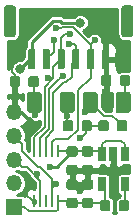
<source format=gbr>
G04 #@! TF.GenerationSoftware,KiCad,Pcbnew,(5.1.0-0)*
G04 #@! TF.CreationDate,2019-06-19T09:49:27-07:00*
G04 #@! TF.ProjectId,differential_i2c,64696666-6572-4656-9e74-69616c5f6932,rev?*
G04 #@! TF.SameCoordinates,Original*
G04 #@! TF.FileFunction,Copper,L2,Bot*
G04 #@! TF.FilePolarity,Positive*
%FSLAX46Y46*%
G04 Gerber Fmt 4.6, Leading zero omitted, Abs format (unit mm)*
G04 Created by KiCad (PCBNEW (5.1.0-0)) date 2019-06-19 09:49:27*
%MOMM*%
%LPD*%
G04 APERTURE LIST*
%ADD10O,1.350000X1.350000*%
%ADD11R,1.350000X1.350000*%
%ADD12R,0.650000X1.220000*%
%ADD13C,0.100000*%
%ADD14C,0.875000*%
%ADD15C,1.250000*%
%ADD16C,1.000000*%
%ADD17C,0.600000*%
%ADD18R,0.250000X1.100000*%
%ADD19C,0.800000*%
%ADD20C,0.250000*%
%ADD21C,0.160000*%
%ADD22C,0.254000*%
G04 APERTURE END LIST*
D10*
X109400000Y-54600000D03*
X109400000Y-56600000D03*
X109400000Y-58600000D03*
X109400000Y-60600000D03*
D11*
X109400000Y-62600000D03*
D12*
X116850000Y-60710000D03*
X118750000Y-60710000D03*
X118750000Y-58090000D03*
X117800000Y-58090000D03*
X116850000Y-58090000D03*
D13*
G36*
X117440191Y-51426053D02*
G01*
X117461426Y-51429203D01*
X117482250Y-51434419D01*
X117502462Y-51441651D01*
X117521868Y-51450830D01*
X117540281Y-51461866D01*
X117557524Y-51474654D01*
X117573430Y-51489070D01*
X117587846Y-51504976D01*
X117600634Y-51522219D01*
X117611670Y-51540632D01*
X117620849Y-51560038D01*
X117628081Y-51580250D01*
X117633297Y-51601074D01*
X117636447Y-51622309D01*
X117637500Y-51643750D01*
X117637500Y-52156250D01*
X117636447Y-52177691D01*
X117633297Y-52198926D01*
X117628081Y-52219750D01*
X117620849Y-52239962D01*
X117611670Y-52259368D01*
X117600634Y-52277781D01*
X117587846Y-52295024D01*
X117573430Y-52310930D01*
X117557524Y-52325346D01*
X117540281Y-52338134D01*
X117521868Y-52349170D01*
X117502462Y-52358349D01*
X117482250Y-52365581D01*
X117461426Y-52370797D01*
X117440191Y-52373947D01*
X117418750Y-52375000D01*
X116981250Y-52375000D01*
X116959809Y-52373947D01*
X116938574Y-52370797D01*
X116917750Y-52365581D01*
X116897538Y-52358349D01*
X116878132Y-52349170D01*
X116859719Y-52338134D01*
X116842476Y-52325346D01*
X116826570Y-52310930D01*
X116812154Y-52295024D01*
X116799366Y-52277781D01*
X116788330Y-52259368D01*
X116779151Y-52239962D01*
X116771919Y-52219750D01*
X116766703Y-52198926D01*
X116763553Y-52177691D01*
X116762500Y-52156250D01*
X116762500Y-51643750D01*
X116763553Y-51622309D01*
X116766703Y-51601074D01*
X116771919Y-51580250D01*
X116779151Y-51560038D01*
X116788330Y-51540632D01*
X116799366Y-51522219D01*
X116812154Y-51504976D01*
X116826570Y-51489070D01*
X116842476Y-51474654D01*
X116859719Y-51461866D01*
X116878132Y-51450830D01*
X116897538Y-51441651D01*
X116917750Y-51434419D01*
X116938574Y-51429203D01*
X116959809Y-51426053D01*
X116981250Y-51425000D01*
X117418750Y-51425000D01*
X117440191Y-51426053D01*
X117440191Y-51426053D01*
G37*
D14*
X117200000Y-51900000D03*
D13*
G36*
X119015191Y-51426053D02*
G01*
X119036426Y-51429203D01*
X119057250Y-51434419D01*
X119077462Y-51441651D01*
X119096868Y-51450830D01*
X119115281Y-51461866D01*
X119132524Y-51474654D01*
X119148430Y-51489070D01*
X119162846Y-51504976D01*
X119175634Y-51522219D01*
X119186670Y-51540632D01*
X119195849Y-51560038D01*
X119203081Y-51580250D01*
X119208297Y-51601074D01*
X119211447Y-51622309D01*
X119212500Y-51643750D01*
X119212500Y-52156250D01*
X119211447Y-52177691D01*
X119208297Y-52198926D01*
X119203081Y-52219750D01*
X119195849Y-52239962D01*
X119186670Y-52259368D01*
X119175634Y-52277781D01*
X119162846Y-52295024D01*
X119148430Y-52310930D01*
X119132524Y-52325346D01*
X119115281Y-52338134D01*
X119096868Y-52349170D01*
X119077462Y-52358349D01*
X119057250Y-52365581D01*
X119036426Y-52370797D01*
X119015191Y-52373947D01*
X118993750Y-52375000D01*
X118556250Y-52375000D01*
X118534809Y-52373947D01*
X118513574Y-52370797D01*
X118492750Y-52365581D01*
X118472538Y-52358349D01*
X118453132Y-52349170D01*
X118434719Y-52338134D01*
X118417476Y-52325346D01*
X118401570Y-52310930D01*
X118387154Y-52295024D01*
X118374366Y-52277781D01*
X118363330Y-52259368D01*
X118354151Y-52239962D01*
X118346919Y-52219750D01*
X118341703Y-52198926D01*
X118338553Y-52177691D01*
X118337500Y-52156250D01*
X118337500Y-51643750D01*
X118338553Y-51622309D01*
X118341703Y-51601074D01*
X118346919Y-51580250D01*
X118354151Y-51560038D01*
X118363330Y-51540632D01*
X118374366Y-51522219D01*
X118387154Y-51504976D01*
X118401570Y-51489070D01*
X118417476Y-51474654D01*
X118434719Y-51461866D01*
X118453132Y-51450830D01*
X118472538Y-51441651D01*
X118492750Y-51434419D01*
X118513574Y-51429203D01*
X118534809Y-51426053D01*
X118556250Y-51425000D01*
X118993750Y-51425000D01*
X119015191Y-51426053D01*
X119015191Y-51426053D01*
G37*
D14*
X118775000Y-51900000D03*
D13*
G36*
X119049504Y-52876204D02*
G01*
X119073773Y-52879804D01*
X119097571Y-52885765D01*
X119120671Y-52894030D01*
X119142849Y-52904520D01*
X119163893Y-52917133D01*
X119183598Y-52931747D01*
X119201777Y-52948223D01*
X119218253Y-52966402D01*
X119232867Y-52986107D01*
X119245480Y-53007151D01*
X119255970Y-53029329D01*
X119264235Y-53052429D01*
X119270196Y-53076227D01*
X119273796Y-53100496D01*
X119275000Y-53125000D01*
X119275000Y-54375000D01*
X119273796Y-54399504D01*
X119270196Y-54423773D01*
X119264235Y-54447571D01*
X119255970Y-54470671D01*
X119245480Y-54492849D01*
X119232867Y-54513893D01*
X119218253Y-54533598D01*
X119201777Y-54551777D01*
X119183598Y-54568253D01*
X119163893Y-54582867D01*
X119142849Y-54595480D01*
X119120671Y-54605970D01*
X119097571Y-54614235D01*
X119073773Y-54620196D01*
X119049504Y-54623796D01*
X119025000Y-54625000D01*
X118275000Y-54625000D01*
X118250496Y-54623796D01*
X118226227Y-54620196D01*
X118202429Y-54614235D01*
X118179329Y-54605970D01*
X118157151Y-54595480D01*
X118136107Y-54582867D01*
X118116402Y-54568253D01*
X118098223Y-54551777D01*
X118081747Y-54533598D01*
X118067133Y-54513893D01*
X118054520Y-54492849D01*
X118044030Y-54470671D01*
X118035765Y-54447571D01*
X118029804Y-54423773D01*
X118026204Y-54399504D01*
X118025000Y-54375000D01*
X118025000Y-53125000D01*
X118026204Y-53100496D01*
X118029804Y-53076227D01*
X118035765Y-53052429D01*
X118044030Y-53029329D01*
X118054520Y-53007151D01*
X118067133Y-52986107D01*
X118081747Y-52966402D01*
X118098223Y-52948223D01*
X118116402Y-52931747D01*
X118136107Y-52917133D01*
X118157151Y-52904520D01*
X118179329Y-52894030D01*
X118202429Y-52885765D01*
X118226227Y-52879804D01*
X118250496Y-52876204D01*
X118275000Y-52875000D01*
X119025000Y-52875000D01*
X119049504Y-52876204D01*
X119049504Y-52876204D01*
G37*
D15*
X118650000Y-53750000D03*
D13*
G36*
X116249504Y-52876204D02*
G01*
X116273773Y-52879804D01*
X116297571Y-52885765D01*
X116320671Y-52894030D01*
X116342849Y-52904520D01*
X116363893Y-52917133D01*
X116383598Y-52931747D01*
X116401777Y-52948223D01*
X116418253Y-52966402D01*
X116432867Y-52986107D01*
X116445480Y-53007151D01*
X116455970Y-53029329D01*
X116464235Y-53052429D01*
X116470196Y-53076227D01*
X116473796Y-53100496D01*
X116475000Y-53125000D01*
X116475000Y-54375000D01*
X116473796Y-54399504D01*
X116470196Y-54423773D01*
X116464235Y-54447571D01*
X116455970Y-54470671D01*
X116445480Y-54492849D01*
X116432867Y-54513893D01*
X116418253Y-54533598D01*
X116401777Y-54551777D01*
X116383598Y-54568253D01*
X116363893Y-54582867D01*
X116342849Y-54595480D01*
X116320671Y-54605970D01*
X116297571Y-54614235D01*
X116273773Y-54620196D01*
X116249504Y-54623796D01*
X116225000Y-54625000D01*
X115475000Y-54625000D01*
X115450496Y-54623796D01*
X115426227Y-54620196D01*
X115402429Y-54614235D01*
X115379329Y-54605970D01*
X115357151Y-54595480D01*
X115336107Y-54582867D01*
X115316402Y-54568253D01*
X115298223Y-54551777D01*
X115281747Y-54533598D01*
X115267133Y-54513893D01*
X115254520Y-54492849D01*
X115244030Y-54470671D01*
X115235765Y-54447571D01*
X115229804Y-54423773D01*
X115226204Y-54399504D01*
X115225000Y-54375000D01*
X115225000Y-53125000D01*
X115226204Y-53100496D01*
X115229804Y-53076227D01*
X115235765Y-53052429D01*
X115244030Y-53029329D01*
X115254520Y-53007151D01*
X115267133Y-52986107D01*
X115281747Y-52966402D01*
X115298223Y-52948223D01*
X115316402Y-52931747D01*
X115336107Y-52917133D01*
X115357151Y-52904520D01*
X115379329Y-52894030D01*
X115402429Y-52885765D01*
X115426227Y-52879804D01*
X115450496Y-52876204D01*
X115475000Y-52875000D01*
X116225000Y-52875000D01*
X116249504Y-52876204D01*
X116249504Y-52876204D01*
G37*
D15*
X115850000Y-53750000D03*
D13*
G36*
X118777691Y-55276053D02*
G01*
X118798926Y-55279203D01*
X118819750Y-55284419D01*
X118839962Y-55291651D01*
X118859368Y-55300830D01*
X118877781Y-55311866D01*
X118895024Y-55324654D01*
X118910930Y-55339070D01*
X118925346Y-55354976D01*
X118938134Y-55372219D01*
X118949170Y-55390632D01*
X118958349Y-55410038D01*
X118965581Y-55430250D01*
X118970797Y-55451074D01*
X118973947Y-55472309D01*
X118975000Y-55493750D01*
X118975000Y-56006250D01*
X118973947Y-56027691D01*
X118970797Y-56048926D01*
X118965581Y-56069750D01*
X118958349Y-56089962D01*
X118949170Y-56109368D01*
X118938134Y-56127781D01*
X118925346Y-56145024D01*
X118910930Y-56160930D01*
X118895024Y-56175346D01*
X118877781Y-56188134D01*
X118859368Y-56199170D01*
X118839962Y-56208349D01*
X118819750Y-56215581D01*
X118798926Y-56220797D01*
X118777691Y-56223947D01*
X118756250Y-56225000D01*
X118318750Y-56225000D01*
X118297309Y-56223947D01*
X118276074Y-56220797D01*
X118255250Y-56215581D01*
X118235038Y-56208349D01*
X118215632Y-56199170D01*
X118197219Y-56188134D01*
X118179976Y-56175346D01*
X118164070Y-56160930D01*
X118149654Y-56145024D01*
X118136866Y-56127781D01*
X118125830Y-56109368D01*
X118116651Y-56089962D01*
X118109419Y-56069750D01*
X118104203Y-56048926D01*
X118101053Y-56027691D01*
X118100000Y-56006250D01*
X118100000Y-55493750D01*
X118101053Y-55472309D01*
X118104203Y-55451074D01*
X118109419Y-55430250D01*
X118116651Y-55410038D01*
X118125830Y-55390632D01*
X118136866Y-55372219D01*
X118149654Y-55354976D01*
X118164070Y-55339070D01*
X118179976Y-55324654D01*
X118197219Y-55311866D01*
X118215632Y-55300830D01*
X118235038Y-55291651D01*
X118255250Y-55284419D01*
X118276074Y-55279203D01*
X118297309Y-55276053D01*
X118318750Y-55275000D01*
X118756250Y-55275000D01*
X118777691Y-55276053D01*
X118777691Y-55276053D01*
G37*
D14*
X118537500Y-55750000D03*
D13*
G36*
X117202691Y-55276053D02*
G01*
X117223926Y-55279203D01*
X117244750Y-55284419D01*
X117264962Y-55291651D01*
X117284368Y-55300830D01*
X117302781Y-55311866D01*
X117320024Y-55324654D01*
X117335930Y-55339070D01*
X117350346Y-55354976D01*
X117363134Y-55372219D01*
X117374170Y-55390632D01*
X117383349Y-55410038D01*
X117390581Y-55430250D01*
X117395797Y-55451074D01*
X117398947Y-55472309D01*
X117400000Y-55493750D01*
X117400000Y-56006250D01*
X117398947Y-56027691D01*
X117395797Y-56048926D01*
X117390581Y-56069750D01*
X117383349Y-56089962D01*
X117374170Y-56109368D01*
X117363134Y-56127781D01*
X117350346Y-56145024D01*
X117335930Y-56160930D01*
X117320024Y-56175346D01*
X117302781Y-56188134D01*
X117284368Y-56199170D01*
X117264962Y-56208349D01*
X117244750Y-56215581D01*
X117223926Y-56220797D01*
X117202691Y-56223947D01*
X117181250Y-56225000D01*
X116743750Y-56225000D01*
X116722309Y-56223947D01*
X116701074Y-56220797D01*
X116680250Y-56215581D01*
X116660038Y-56208349D01*
X116640632Y-56199170D01*
X116622219Y-56188134D01*
X116604976Y-56175346D01*
X116589070Y-56160930D01*
X116574654Y-56145024D01*
X116561866Y-56127781D01*
X116550830Y-56109368D01*
X116541651Y-56089962D01*
X116534419Y-56069750D01*
X116529203Y-56048926D01*
X116526053Y-56027691D01*
X116525000Y-56006250D01*
X116525000Y-55493750D01*
X116526053Y-55472309D01*
X116529203Y-55451074D01*
X116534419Y-55430250D01*
X116541651Y-55410038D01*
X116550830Y-55390632D01*
X116561866Y-55372219D01*
X116574654Y-55354976D01*
X116589070Y-55339070D01*
X116604976Y-55324654D01*
X116622219Y-55311866D01*
X116640632Y-55300830D01*
X116660038Y-55291651D01*
X116680250Y-55284419D01*
X116701074Y-55279203D01*
X116722309Y-55276053D01*
X116743750Y-55275000D01*
X117181250Y-55275000D01*
X117202691Y-55276053D01*
X117202691Y-55276053D01*
G37*
D14*
X116962500Y-55750000D03*
D13*
G36*
X109702691Y-51526053D02*
G01*
X109723926Y-51529203D01*
X109744750Y-51534419D01*
X109764962Y-51541651D01*
X109784368Y-51550830D01*
X109802781Y-51561866D01*
X109820024Y-51574654D01*
X109835930Y-51589070D01*
X109850346Y-51604976D01*
X109863134Y-51622219D01*
X109874170Y-51640632D01*
X109883349Y-51660038D01*
X109890581Y-51680250D01*
X109895797Y-51701074D01*
X109898947Y-51722309D01*
X109900000Y-51743750D01*
X109900000Y-52256250D01*
X109898947Y-52277691D01*
X109895797Y-52298926D01*
X109890581Y-52319750D01*
X109883349Y-52339962D01*
X109874170Y-52359368D01*
X109863134Y-52377781D01*
X109850346Y-52395024D01*
X109835930Y-52410930D01*
X109820024Y-52425346D01*
X109802781Y-52438134D01*
X109784368Y-52449170D01*
X109764962Y-52458349D01*
X109744750Y-52465581D01*
X109723926Y-52470797D01*
X109702691Y-52473947D01*
X109681250Y-52475000D01*
X109243750Y-52475000D01*
X109222309Y-52473947D01*
X109201074Y-52470797D01*
X109180250Y-52465581D01*
X109160038Y-52458349D01*
X109140632Y-52449170D01*
X109122219Y-52438134D01*
X109104976Y-52425346D01*
X109089070Y-52410930D01*
X109074654Y-52395024D01*
X109061866Y-52377781D01*
X109050830Y-52359368D01*
X109041651Y-52339962D01*
X109034419Y-52319750D01*
X109029203Y-52298926D01*
X109026053Y-52277691D01*
X109025000Y-52256250D01*
X109025000Y-51743750D01*
X109026053Y-51722309D01*
X109029203Y-51701074D01*
X109034419Y-51680250D01*
X109041651Y-51660038D01*
X109050830Y-51640632D01*
X109061866Y-51622219D01*
X109074654Y-51604976D01*
X109089070Y-51589070D01*
X109104976Y-51574654D01*
X109122219Y-51561866D01*
X109140632Y-51550830D01*
X109160038Y-51541651D01*
X109180250Y-51534419D01*
X109201074Y-51529203D01*
X109222309Y-51526053D01*
X109243750Y-51525000D01*
X109681250Y-51525000D01*
X109702691Y-51526053D01*
X109702691Y-51526053D01*
G37*
D14*
X109462500Y-52000000D03*
D13*
G36*
X111277691Y-51526053D02*
G01*
X111298926Y-51529203D01*
X111319750Y-51534419D01*
X111339962Y-51541651D01*
X111359368Y-51550830D01*
X111377781Y-51561866D01*
X111395024Y-51574654D01*
X111410930Y-51589070D01*
X111425346Y-51604976D01*
X111438134Y-51622219D01*
X111449170Y-51640632D01*
X111458349Y-51660038D01*
X111465581Y-51680250D01*
X111470797Y-51701074D01*
X111473947Y-51722309D01*
X111475000Y-51743750D01*
X111475000Y-52256250D01*
X111473947Y-52277691D01*
X111470797Y-52298926D01*
X111465581Y-52319750D01*
X111458349Y-52339962D01*
X111449170Y-52359368D01*
X111438134Y-52377781D01*
X111425346Y-52395024D01*
X111410930Y-52410930D01*
X111395024Y-52425346D01*
X111377781Y-52438134D01*
X111359368Y-52449170D01*
X111339962Y-52458349D01*
X111319750Y-52465581D01*
X111298926Y-52470797D01*
X111277691Y-52473947D01*
X111256250Y-52475000D01*
X110818750Y-52475000D01*
X110797309Y-52473947D01*
X110776074Y-52470797D01*
X110755250Y-52465581D01*
X110735038Y-52458349D01*
X110715632Y-52449170D01*
X110697219Y-52438134D01*
X110679976Y-52425346D01*
X110664070Y-52410930D01*
X110649654Y-52395024D01*
X110636866Y-52377781D01*
X110625830Y-52359368D01*
X110616651Y-52339962D01*
X110609419Y-52319750D01*
X110604203Y-52298926D01*
X110601053Y-52277691D01*
X110600000Y-52256250D01*
X110600000Y-51743750D01*
X110601053Y-51722309D01*
X110604203Y-51701074D01*
X110609419Y-51680250D01*
X110616651Y-51660038D01*
X110625830Y-51640632D01*
X110636866Y-51622219D01*
X110649654Y-51604976D01*
X110664070Y-51589070D01*
X110679976Y-51574654D01*
X110697219Y-51561866D01*
X110715632Y-51550830D01*
X110735038Y-51541651D01*
X110755250Y-51534419D01*
X110776074Y-51529203D01*
X110797309Y-51526053D01*
X110818750Y-51525000D01*
X111256250Y-51525000D01*
X111277691Y-51526053D01*
X111277691Y-51526053D01*
G37*
D14*
X111037500Y-52000000D03*
D13*
G36*
X111499504Y-52876204D02*
G01*
X111523773Y-52879804D01*
X111547571Y-52885765D01*
X111570671Y-52894030D01*
X111592849Y-52904520D01*
X111613893Y-52917133D01*
X111633598Y-52931747D01*
X111651777Y-52948223D01*
X111668253Y-52966402D01*
X111682867Y-52986107D01*
X111695480Y-53007151D01*
X111705970Y-53029329D01*
X111714235Y-53052429D01*
X111720196Y-53076227D01*
X111723796Y-53100496D01*
X111725000Y-53125000D01*
X111725000Y-54375000D01*
X111723796Y-54399504D01*
X111720196Y-54423773D01*
X111714235Y-54447571D01*
X111705970Y-54470671D01*
X111695480Y-54492849D01*
X111682867Y-54513893D01*
X111668253Y-54533598D01*
X111651777Y-54551777D01*
X111633598Y-54568253D01*
X111613893Y-54582867D01*
X111592849Y-54595480D01*
X111570671Y-54605970D01*
X111547571Y-54614235D01*
X111523773Y-54620196D01*
X111499504Y-54623796D01*
X111475000Y-54625000D01*
X110725000Y-54625000D01*
X110700496Y-54623796D01*
X110676227Y-54620196D01*
X110652429Y-54614235D01*
X110629329Y-54605970D01*
X110607151Y-54595480D01*
X110586107Y-54582867D01*
X110566402Y-54568253D01*
X110548223Y-54551777D01*
X110531747Y-54533598D01*
X110517133Y-54513893D01*
X110504520Y-54492849D01*
X110494030Y-54470671D01*
X110485765Y-54447571D01*
X110479804Y-54423773D01*
X110476204Y-54399504D01*
X110475000Y-54375000D01*
X110475000Y-53125000D01*
X110476204Y-53100496D01*
X110479804Y-53076227D01*
X110485765Y-53052429D01*
X110494030Y-53029329D01*
X110504520Y-53007151D01*
X110517133Y-52986107D01*
X110531747Y-52966402D01*
X110548223Y-52948223D01*
X110566402Y-52931747D01*
X110586107Y-52917133D01*
X110607151Y-52904520D01*
X110629329Y-52894030D01*
X110652429Y-52885765D01*
X110676227Y-52879804D01*
X110700496Y-52876204D01*
X110725000Y-52875000D01*
X111475000Y-52875000D01*
X111499504Y-52876204D01*
X111499504Y-52876204D01*
G37*
D15*
X111100000Y-53750000D03*
D13*
G36*
X114299504Y-52876204D02*
G01*
X114323773Y-52879804D01*
X114347571Y-52885765D01*
X114370671Y-52894030D01*
X114392849Y-52904520D01*
X114413893Y-52917133D01*
X114433598Y-52931747D01*
X114451777Y-52948223D01*
X114468253Y-52966402D01*
X114482867Y-52986107D01*
X114495480Y-53007151D01*
X114505970Y-53029329D01*
X114514235Y-53052429D01*
X114520196Y-53076227D01*
X114523796Y-53100496D01*
X114525000Y-53125000D01*
X114525000Y-54375000D01*
X114523796Y-54399504D01*
X114520196Y-54423773D01*
X114514235Y-54447571D01*
X114505970Y-54470671D01*
X114495480Y-54492849D01*
X114482867Y-54513893D01*
X114468253Y-54533598D01*
X114451777Y-54551777D01*
X114433598Y-54568253D01*
X114413893Y-54582867D01*
X114392849Y-54595480D01*
X114370671Y-54605970D01*
X114347571Y-54614235D01*
X114323773Y-54620196D01*
X114299504Y-54623796D01*
X114275000Y-54625000D01*
X113525000Y-54625000D01*
X113500496Y-54623796D01*
X113476227Y-54620196D01*
X113452429Y-54614235D01*
X113429329Y-54605970D01*
X113407151Y-54595480D01*
X113386107Y-54582867D01*
X113366402Y-54568253D01*
X113348223Y-54551777D01*
X113331747Y-54533598D01*
X113317133Y-54513893D01*
X113304520Y-54492849D01*
X113294030Y-54470671D01*
X113285765Y-54447571D01*
X113279804Y-54423773D01*
X113276204Y-54399504D01*
X113275000Y-54375000D01*
X113275000Y-53125000D01*
X113276204Y-53100496D01*
X113279804Y-53076227D01*
X113285765Y-53052429D01*
X113294030Y-53029329D01*
X113304520Y-53007151D01*
X113317133Y-52986107D01*
X113331747Y-52966402D01*
X113348223Y-52948223D01*
X113366402Y-52931747D01*
X113386107Y-52917133D01*
X113407151Y-52904520D01*
X113429329Y-52894030D01*
X113452429Y-52885765D01*
X113476227Y-52879804D01*
X113500496Y-52876204D01*
X113525000Y-52875000D01*
X114275000Y-52875000D01*
X114299504Y-52876204D01*
X114299504Y-52876204D01*
G37*
D15*
X113900000Y-53750000D03*
D13*
G36*
X114202691Y-55276053D02*
G01*
X114223926Y-55279203D01*
X114244750Y-55284419D01*
X114264962Y-55291651D01*
X114284368Y-55300830D01*
X114302781Y-55311866D01*
X114320024Y-55324654D01*
X114335930Y-55339070D01*
X114350346Y-55354976D01*
X114363134Y-55372219D01*
X114374170Y-55390632D01*
X114383349Y-55410038D01*
X114390581Y-55430250D01*
X114395797Y-55451074D01*
X114398947Y-55472309D01*
X114400000Y-55493750D01*
X114400000Y-56006250D01*
X114398947Y-56027691D01*
X114395797Y-56048926D01*
X114390581Y-56069750D01*
X114383349Y-56089962D01*
X114374170Y-56109368D01*
X114363134Y-56127781D01*
X114350346Y-56145024D01*
X114335930Y-56160930D01*
X114320024Y-56175346D01*
X114302781Y-56188134D01*
X114284368Y-56199170D01*
X114264962Y-56208349D01*
X114244750Y-56215581D01*
X114223926Y-56220797D01*
X114202691Y-56223947D01*
X114181250Y-56225000D01*
X113743750Y-56225000D01*
X113722309Y-56223947D01*
X113701074Y-56220797D01*
X113680250Y-56215581D01*
X113660038Y-56208349D01*
X113640632Y-56199170D01*
X113622219Y-56188134D01*
X113604976Y-56175346D01*
X113589070Y-56160930D01*
X113574654Y-56145024D01*
X113561866Y-56127781D01*
X113550830Y-56109368D01*
X113541651Y-56089962D01*
X113534419Y-56069750D01*
X113529203Y-56048926D01*
X113526053Y-56027691D01*
X113525000Y-56006250D01*
X113525000Y-55493750D01*
X113526053Y-55472309D01*
X113529203Y-55451074D01*
X113534419Y-55430250D01*
X113541651Y-55410038D01*
X113550830Y-55390632D01*
X113561866Y-55372219D01*
X113574654Y-55354976D01*
X113589070Y-55339070D01*
X113604976Y-55324654D01*
X113622219Y-55311866D01*
X113640632Y-55300830D01*
X113660038Y-55291651D01*
X113680250Y-55284419D01*
X113701074Y-55279203D01*
X113722309Y-55276053D01*
X113743750Y-55275000D01*
X114181250Y-55275000D01*
X114202691Y-55276053D01*
X114202691Y-55276053D01*
G37*
D14*
X113962500Y-55750000D03*
D13*
G36*
X115777691Y-55276053D02*
G01*
X115798926Y-55279203D01*
X115819750Y-55284419D01*
X115839962Y-55291651D01*
X115859368Y-55300830D01*
X115877781Y-55311866D01*
X115895024Y-55324654D01*
X115910930Y-55339070D01*
X115925346Y-55354976D01*
X115938134Y-55372219D01*
X115949170Y-55390632D01*
X115958349Y-55410038D01*
X115965581Y-55430250D01*
X115970797Y-55451074D01*
X115973947Y-55472309D01*
X115975000Y-55493750D01*
X115975000Y-56006250D01*
X115973947Y-56027691D01*
X115970797Y-56048926D01*
X115965581Y-56069750D01*
X115958349Y-56089962D01*
X115949170Y-56109368D01*
X115938134Y-56127781D01*
X115925346Y-56145024D01*
X115910930Y-56160930D01*
X115895024Y-56175346D01*
X115877781Y-56188134D01*
X115859368Y-56199170D01*
X115839962Y-56208349D01*
X115819750Y-56215581D01*
X115798926Y-56220797D01*
X115777691Y-56223947D01*
X115756250Y-56225000D01*
X115318750Y-56225000D01*
X115297309Y-56223947D01*
X115276074Y-56220797D01*
X115255250Y-56215581D01*
X115235038Y-56208349D01*
X115215632Y-56199170D01*
X115197219Y-56188134D01*
X115179976Y-56175346D01*
X115164070Y-56160930D01*
X115149654Y-56145024D01*
X115136866Y-56127781D01*
X115125830Y-56109368D01*
X115116651Y-56089962D01*
X115109419Y-56069750D01*
X115104203Y-56048926D01*
X115101053Y-56027691D01*
X115100000Y-56006250D01*
X115100000Y-55493750D01*
X115101053Y-55472309D01*
X115104203Y-55451074D01*
X115109419Y-55430250D01*
X115116651Y-55410038D01*
X115125830Y-55390632D01*
X115136866Y-55372219D01*
X115149654Y-55354976D01*
X115164070Y-55339070D01*
X115179976Y-55324654D01*
X115197219Y-55311866D01*
X115215632Y-55300830D01*
X115235038Y-55291651D01*
X115255250Y-55284419D01*
X115276074Y-55279203D01*
X115297309Y-55276053D01*
X115318750Y-55275000D01*
X115756250Y-55275000D01*
X115777691Y-55276053D01*
X115777691Y-55276053D01*
G37*
D14*
X115537500Y-55750000D03*
D13*
G36*
X119249504Y-45551204D02*
G01*
X119273773Y-45554804D01*
X119297571Y-45560765D01*
X119320671Y-45569030D01*
X119342849Y-45579520D01*
X119363893Y-45592133D01*
X119383598Y-45606747D01*
X119401777Y-45623223D01*
X119418253Y-45641402D01*
X119432867Y-45661107D01*
X119445480Y-45682151D01*
X119455970Y-45704329D01*
X119464235Y-45727429D01*
X119470196Y-45751227D01*
X119473796Y-45775496D01*
X119475000Y-45800000D01*
X119475000Y-48000000D01*
X119473796Y-48024504D01*
X119470196Y-48048773D01*
X119464235Y-48072571D01*
X119455970Y-48095671D01*
X119445480Y-48117849D01*
X119432867Y-48138893D01*
X119418253Y-48158598D01*
X119401777Y-48176777D01*
X119383598Y-48193253D01*
X119363893Y-48207867D01*
X119342849Y-48220480D01*
X119320671Y-48230970D01*
X119297571Y-48239235D01*
X119273773Y-48245196D01*
X119249504Y-48248796D01*
X119225000Y-48250000D01*
X118725000Y-48250000D01*
X118700496Y-48248796D01*
X118676227Y-48245196D01*
X118652429Y-48239235D01*
X118629329Y-48230970D01*
X118607151Y-48220480D01*
X118586107Y-48207867D01*
X118566402Y-48193253D01*
X118548223Y-48176777D01*
X118531747Y-48158598D01*
X118517133Y-48138893D01*
X118504520Y-48117849D01*
X118494030Y-48095671D01*
X118485765Y-48072571D01*
X118479804Y-48048773D01*
X118476204Y-48024504D01*
X118475000Y-48000000D01*
X118475000Y-45800000D01*
X118476204Y-45775496D01*
X118479804Y-45751227D01*
X118485765Y-45727429D01*
X118494030Y-45704329D01*
X118504520Y-45682151D01*
X118517133Y-45661107D01*
X118531747Y-45641402D01*
X118548223Y-45623223D01*
X118566402Y-45606747D01*
X118586107Y-45592133D01*
X118607151Y-45579520D01*
X118629329Y-45569030D01*
X118652429Y-45560765D01*
X118676227Y-45554804D01*
X118700496Y-45551204D01*
X118725000Y-45550000D01*
X119225000Y-45550000D01*
X119249504Y-45551204D01*
X119249504Y-45551204D01*
G37*
D16*
X118975000Y-46900000D03*
D13*
G36*
X109299504Y-45551204D02*
G01*
X109323773Y-45554804D01*
X109347571Y-45560765D01*
X109370671Y-45569030D01*
X109392849Y-45579520D01*
X109413893Y-45592133D01*
X109433598Y-45606747D01*
X109451777Y-45623223D01*
X109468253Y-45641402D01*
X109482867Y-45661107D01*
X109495480Y-45682151D01*
X109505970Y-45704329D01*
X109514235Y-45727429D01*
X109520196Y-45751227D01*
X109523796Y-45775496D01*
X109525000Y-45800000D01*
X109525000Y-48000000D01*
X109523796Y-48024504D01*
X109520196Y-48048773D01*
X109514235Y-48072571D01*
X109505970Y-48095671D01*
X109495480Y-48117849D01*
X109482867Y-48138893D01*
X109468253Y-48158598D01*
X109451777Y-48176777D01*
X109433598Y-48193253D01*
X109413893Y-48207867D01*
X109392849Y-48220480D01*
X109370671Y-48230970D01*
X109347571Y-48239235D01*
X109323773Y-48245196D01*
X109299504Y-48248796D01*
X109275000Y-48250000D01*
X108775000Y-48250000D01*
X108750496Y-48248796D01*
X108726227Y-48245196D01*
X108702429Y-48239235D01*
X108679329Y-48230970D01*
X108657151Y-48220480D01*
X108636107Y-48207867D01*
X108616402Y-48193253D01*
X108598223Y-48176777D01*
X108581747Y-48158598D01*
X108567133Y-48138893D01*
X108554520Y-48117849D01*
X108544030Y-48095671D01*
X108535765Y-48072571D01*
X108529804Y-48048773D01*
X108526204Y-48024504D01*
X108525000Y-48000000D01*
X108525000Y-45800000D01*
X108526204Y-45775496D01*
X108529804Y-45751227D01*
X108535765Y-45727429D01*
X108544030Y-45704329D01*
X108554520Y-45682151D01*
X108567133Y-45661107D01*
X108581747Y-45641402D01*
X108598223Y-45623223D01*
X108616402Y-45606747D01*
X108636107Y-45592133D01*
X108657151Y-45579520D01*
X108679329Y-45569030D01*
X108702429Y-45560765D01*
X108726227Y-45554804D01*
X108750496Y-45551204D01*
X108775000Y-45550000D01*
X109275000Y-45550000D01*
X109299504Y-45551204D01*
X109299504Y-45551204D01*
G37*
D16*
X109025000Y-46900000D03*
D13*
G36*
X117289703Y-49250722D02*
G01*
X117304264Y-49252882D01*
X117318543Y-49256459D01*
X117332403Y-49261418D01*
X117345710Y-49267712D01*
X117358336Y-49275280D01*
X117370159Y-49284048D01*
X117381066Y-49293934D01*
X117390952Y-49304841D01*
X117399720Y-49316664D01*
X117407288Y-49329290D01*
X117413582Y-49342597D01*
X117418541Y-49356457D01*
X117422118Y-49370736D01*
X117424278Y-49385297D01*
X117425000Y-49400000D01*
X117425000Y-50800000D01*
X117424278Y-50814703D01*
X117422118Y-50829264D01*
X117418541Y-50843543D01*
X117413582Y-50857403D01*
X117407288Y-50870710D01*
X117399720Y-50883336D01*
X117390952Y-50895159D01*
X117381066Y-50906066D01*
X117370159Y-50915952D01*
X117358336Y-50924720D01*
X117345710Y-50932288D01*
X117332403Y-50938582D01*
X117318543Y-50943541D01*
X117304264Y-50947118D01*
X117289703Y-50949278D01*
X117275000Y-50950000D01*
X116975000Y-50950000D01*
X116960297Y-50949278D01*
X116945736Y-50947118D01*
X116931457Y-50943541D01*
X116917597Y-50938582D01*
X116904290Y-50932288D01*
X116891664Y-50924720D01*
X116879841Y-50915952D01*
X116868934Y-50906066D01*
X116859048Y-50895159D01*
X116850280Y-50883336D01*
X116842712Y-50870710D01*
X116836418Y-50857403D01*
X116831459Y-50843543D01*
X116827882Y-50829264D01*
X116825722Y-50814703D01*
X116825000Y-50800000D01*
X116825000Y-49400000D01*
X116825722Y-49385297D01*
X116827882Y-49370736D01*
X116831459Y-49356457D01*
X116836418Y-49342597D01*
X116842712Y-49329290D01*
X116850280Y-49316664D01*
X116859048Y-49304841D01*
X116868934Y-49293934D01*
X116879841Y-49284048D01*
X116891664Y-49275280D01*
X116904290Y-49267712D01*
X116917597Y-49261418D01*
X116931457Y-49256459D01*
X116945736Y-49252882D01*
X116960297Y-49250722D01*
X116975000Y-49250000D01*
X117275000Y-49250000D01*
X117289703Y-49250722D01*
X117289703Y-49250722D01*
G37*
D17*
X117125000Y-50100000D03*
D13*
G36*
X116039703Y-49250722D02*
G01*
X116054264Y-49252882D01*
X116068543Y-49256459D01*
X116082403Y-49261418D01*
X116095710Y-49267712D01*
X116108336Y-49275280D01*
X116120159Y-49284048D01*
X116131066Y-49293934D01*
X116140952Y-49304841D01*
X116149720Y-49316664D01*
X116157288Y-49329290D01*
X116163582Y-49342597D01*
X116168541Y-49356457D01*
X116172118Y-49370736D01*
X116174278Y-49385297D01*
X116175000Y-49400000D01*
X116175000Y-50800000D01*
X116174278Y-50814703D01*
X116172118Y-50829264D01*
X116168541Y-50843543D01*
X116163582Y-50857403D01*
X116157288Y-50870710D01*
X116149720Y-50883336D01*
X116140952Y-50895159D01*
X116131066Y-50906066D01*
X116120159Y-50915952D01*
X116108336Y-50924720D01*
X116095710Y-50932288D01*
X116082403Y-50938582D01*
X116068543Y-50943541D01*
X116054264Y-50947118D01*
X116039703Y-50949278D01*
X116025000Y-50950000D01*
X115725000Y-50950000D01*
X115710297Y-50949278D01*
X115695736Y-50947118D01*
X115681457Y-50943541D01*
X115667597Y-50938582D01*
X115654290Y-50932288D01*
X115641664Y-50924720D01*
X115629841Y-50915952D01*
X115618934Y-50906066D01*
X115609048Y-50895159D01*
X115600280Y-50883336D01*
X115592712Y-50870710D01*
X115586418Y-50857403D01*
X115581459Y-50843543D01*
X115577882Y-50829264D01*
X115575722Y-50814703D01*
X115575000Y-50800000D01*
X115575000Y-49400000D01*
X115575722Y-49385297D01*
X115577882Y-49370736D01*
X115581459Y-49356457D01*
X115586418Y-49342597D01*
X115592712Y-49329290D01*
X115600280Y-49316664D01*
X115609048Y-49304841D01*
X115618934Y-49293934D01*
X115629841Y-49284048D01*
X115641664Y-49275280D01*
X115654290Y-49267712D01*
X115667597Y-49261418D01*
X115681457Y-49256459D01*
X115695736Y-49252882D01*
X115710297Y-49250722D01*
X115725000Y-49250000D01*
X116025000Y-49250000D01*
X116039703Y-49250722D01*
X116039703Y-49250722D01*
G37*
D17*
X115875000Y-50100000D03*
D13*
G36*
X114789703Y-49250722D02*
G01*
X114804264Y-49252882D01*
X114818543Y-49256459D01*
X114832403Y-49261418D01*
X114845710Y-49267712D01*
X114858336Y-49275280D01*
X114870159Y-49284048D01*
X114881066Y-49293934D01*
X114890952Y-49304841D01*
X114899720Y-49316664D01*
X114907288Y-49329290D01*
X114913582Y-49342597D01*
X114918541Y-49356457D01*
X114922118Y-49370736D01*
X114924278Y-49385297D01*
X114925000Y-49400000D01*
X114925000Y-50800000D01*
X114924278Y-50814703D01*
X114922118Y-50829264D01*
X114918541Y-50843543D01*
X114913582Y-50857403D01*
X114907288Y-50870710D01*
X114899720Y-50883336D01*
X114890952Y-50895159D01*
X114881066Y-50906066D01*
X114870159Y-50915952D01*
X114858336Y-50924720D01*
X114845710Y-50932288D01*
X114832403Y-50938582D01*
X114818543Y-50943541D01*
X114804264Y-50947118D01*
X114789703Y-50949278D01*
X114775000Y-50950000D01*
X114475000Y-50950000D01*
X114460297Y-50949278D01*
X114445736Y-50947118D01*
X114431457Y-50943541D01*
X114417597Y-50938582D01*
X114404290Y-50932288D01*
X114391664Y-50924720D01*
X114379841Y-50915952D01*
X114368934Y-50906066D01*
X114359048Y-50895159D01*
X114350280Y-50883336D01*
X114342712Y-50870710D01*
X114336418Y-50857403D01*
X114331459Y-50843543D01*
X114327882Y-50829264D01*
X114325722Y-50814703D01*
X114325000Y-50800000D01*
X114325000Y-49400000D01*
X114325722Y-49385297D01*
X114327882Y-49370736D01*
X114331459Y-49356457D01*
X114336418Y-49342597D01*
X114342712Y-49329290D01*
X114350280Y-49316664D01*
X114359048Y-49304841D01*
X114368934Y-49293934D01*
X114379841Y-49284048D01*
X114391664Y-49275280D01*
X114404290Y-49267712D01*
X114417597Y-49261418D01*
X114431457Y-49256459D01*
X114445736Y-49252882D01*
X114460297Y-49250722D01*
X114475000Y-49250000D01*
X114775000Y-49250000D01*
X114789703Y-49250722D01*
X114789703Y-49250722D01*
G37*
D17*
X114625000Y-50100000D03*
D13*
G36*
X113539703Y-49250722D02*
G01*
X113554264Y-49252882D01*
X113568543Y-49256459D01*
X113582403Y-49261418D01*
X113595710Y-49267712D01*
X113608336Y-49275280D01*
X113620159Y-49284048D01*
X113631066Y-49293934D01*
X113640952Y-49304841D01*
X113649720Y-49316664D01*
X113657288Y-49329290D01*
X113663582Y-49342597D01*
X113668541Y-49356457D01*
X113672118Y-49370736D01*
X113674278Y-49385297D01*
X113675000Y-49400000D01*
X113675000Y-50800000D01*
X113674278Y-50814703D01*
X113672118Y-50829264D01*
X113668541Y-50843543D01*
X113663582Y-50857403D01*
X113657288Y-50870710D01*
X113649720Y-50883336D01*
X113640952Y-50895159D01*
X113631066Y-50906066D01*
X113620159Y-50915952D01*
X113608336Y-50924720D01*
X113595710Y-50932288D01*
X113582403Y-50938582D01*
X113568543Y-50943541D01*
X113554264Y-50947118D01*
X113539703Y-50949278D01*
X113525000Y-50950000D01*
X113225000Y-50950000D01*
X113210297Y-50949278D01*
X113195736Y-50947118D01*
X113181457Y-50943541D01*
X113167597Y-50938582D01*
X113154290Y-50932288D01*
X113141664Y-50924720D01*
X113129841Y-50915952D01*
X113118934Y-50906066D01*
X113109048Y-50895159D01*
X113100280Y-50883336D01*
X113092712Y-50870710D01*
X113086418Y-50857403D01*
X113081459Y-50843543D01*
X113077882Y-50829264D01*
X113075722Y-50814703D01*
X113075000Y-50800000D01*
X113075000Y-49400000D01*
X113075722Y-49385297D01*
X113077882Y-49370736D01*
X113081459Y-49356457D01*
X113086418Y-49342597D01*
X113092712Y-49329290D01*
X113100280Y-49316664D01*
X113109048Y-49304841D01*
X113118934Y-49293934D01*
X113129841Y-49284048D01*
X113141664Y-49275280D01*
X113154290Y-49267712D01*
X113167597Y-49261418D01*
X113181457Y-49256459D01*
X113195736Y-49252882D01*
X113210297Y-49250722D01*
X113225000Y-49250000D01*
X113525000Y-49250000D01*
X113539703Y-49250722D01*
X113539703Y-49250722D01*
G37*
D17*
X113375000Y-50100000D03*
D13*
G36*
X112289703Y-49250722D02*
G01*
X112304264Y-49252882D01*
X112318543Y-49256459D01*
X112332403Y-49261418D01*
X112345710Y-49267712D01*
X112358336Y-49275280D01*
X112370159Y-49284048D01*
X112381066Y-49293934D01*
X112390952Y-49304841D01*
X112399720Y-49316664D01*
X112407288Y-49329290D01*
X112413582Y-49342597D01*
X112418541Y-49356457D01*
X112422118Y-49370736D01*
X112424278Y-49385297D01*
X112425000Y-49400000D01*
X112425000Y-50800000D01*
X112424278Y-50814703D01*
X112422118Y-50829264D01*
X112418541Y-50843543D01*
X112413582Y-50857403D01*
X112407288Y-50870710D01*
X112399720Y-50883336D01*
X112390952Y-50895159D01*
X112381066Y-50906066D01*
X112370159Y-50915952D01*
X112358336Y-50924720D01*
X112345710Y-50932288D01*
X112332403Y-50938582D01*
X112318543Y-50943541D01*
X112304264Y-50947118D01*
X112289703Y-50949278D01*
X112275000Y-50950000D01*
X111975000Y-50950000D01*
X111960297Y-50949278D01*
X111945736Y-50947118D01*
X111931457Y-50943541D01*
X111917597Y-50938582D01*
X111904290Y-50932288D01*
X111891664Y-50924720D01*
X111879841Y-50915952D01*
X111868934Y-50906066D01*
X111859048Y-50895159D01*
X111850280Y-50883336D01*
X111842712Y-50870710D01*
X111836418Y-50857403D01*
X111831459Y-50843543D01*
X111827882Y-50829264D01*
X111825722Y-50814703D01*
X111825000Y-50800000D01*
X111825000Y-49400000D01*
X111825722Y-49385297D01*
X111827882Y-49370736D01*
X111831459Y-49356457D01*
X111836418Y-49342597D01*
X111842712Y-49329290D01*
X111850280Y-49316664D01*
X111859048Y-49304841D01*
X111868934Y-49293934D01*
X111879841Y-49284048D01*
X111891664Y-49275280D01*
X111904290Y-49267712D01*
X111917597Y-49261418D01*
X111931457Y-49256459D01*
X111945736Y-49252882D01*
X111960297Y-49250722D01*
X111975000Y-49250000D01*
X112275000Y-49250000D01*
X112289703Y-49250722D01*
X112289703Y-49250722D01*
G37*
D17*
X112125000Y-50100000D03*
D13*
G36*
X111039703Y-49250722D02*
G01*
X111054264Y-49252882D01*
X111068543Y-49256459D01*
X111082403Y-49261418D01*
X111095710Y-49267712D01*
X111108336Y-49275280D01*
X111120159Y-49284048D01*
X111131066Y-49293934D01*
X111140952Y-49304841D01*
X111149720Y-49316664D01*
X111157288Y-49329290D01*
X111163582Y-49342597D01*
X111168541Y-49356457D01*
X111172118Y-49370736D01*
X111174278Y-49385297D01*
X111175000Y-49400000D01*
X111175000Y-50800000D01*
X111174278Y-50814703D01*
X111172118Y-50829264D01*
X111168541Y-50843543D01*
X111163582Y-50857403D01*
X111157288Y-50870710D01*
X111149720Y-50883336D01*
X111140952Y-50895159D01*
X111131066Y-50906066D01*
X111120159Y-50915952D01*
X111108336Y-50924720D01*
X111095710Y-50932288D01*
X111082403Y-50938582D01*
X111068543Y-50943541D01*
X111054264Y-50947118D01*
X111039703Y-50949278D01*
X111025000Y-50950000D01*
X110725000Y-50950000D01*
X110710297Y-50949278D01*
X110695736Y-50947118D01*
X110681457Y-50943541D01*
X110667597Y-50938582D01*
X110654290Y-50932288D01*
X110641664Y-50924720D01*
X110629841Y-50915952D01*
X110618934Y-50906066D01*
X110609048Y-50895159D01*
X110600280Y-50883336D01*
X110592712Y-50870710D01*
X110586418Y-50857403D01*
X110581459Y-50843543D01*
X110577882Y-50829264D01*
X110575722Y-50814703D01*
X110575000Y-50800000D01*
X110575000Y-49400000D01*
X110575722Y-49385297D01*
X110577882Y-49370736D01*
X110581459Y-49356457D01*
X110586418Y-49342597D01*
X110592712Y-49329290D01*
X110600280Y-49316664D01*
X110609048Y-49304841D01*
X110618934Y-49293934D01*
X110629841Y-49284048D01*
X110641664Y-49275280D01*
X110654290Y-49267712D01*
X110667597Y-49261418D01*
X110681457Y-49256459D01*
X110695736Y-49252882D01*
X110710297Y-49250722D01*
X110725000Y-49250000D01*
X111025000Y-49250000D01*
X111039703Y-49250722D01*
X111039703Y-49250722D01*
G37*
D17*
X110875000Y-50100000D03*
D13*
G36*
X114577691Y-59051053D02*
G01*
X114598926Y-59054203D01*
X114619750Y-59059419D01*
X114639962Y-59066651D01*
X114659368Y-59075830D01*
X114677781Y-59086866D01*
X114695024Y-59099654D01*
X114710930Y-59114070D01*
X114725346Y-59129976D01*
X114738134Y-59147219D01*
X114749170Y-59165632D01*
X114758349Y-59185038D01*
X114765581Y-59205250D01*
X114770797Y-59226074D01*
X114773947Y-59247309D01*
X114775000Y-59268750D01*
X114775000Y-59706250D01*
X114773947Y-59727691D01*
X114770797Y-59748926D01*
X114765581Y-59769750D01*
X114758349Y-59789962D01*
X114749170Y-59809368D01*
X114738134Y-59827781D01*
X114725346Y-59845024D01*
X114710930Y-59860930D01*
X114695024Y-59875346D01*
X114677781Y-59888134D01*
X114659368Y-59899170D01*
X114639962Y-59908349D01*
X114619750Y-59915581D01*
X114598926Y-59920797D01*
X114577691Y-59923947D01*
X114556250Y-59925000D01*
X114043750Y-59925000D01*
X114022309Y-59923947D01*
X114001074Y-59920797D01*
X113980250Y-59915581D01*
X113960038Y-59908349D01*
X113940632Y-59899170D01*
X113922219Y-59888134D01*
X113904976Y-59875346D01*
X113889070Y-59860930D01*
X113874654Y-59845024D01*
X113861866Y-59827781D01*
X113850830Y-59809368D01*
X113841651Y-59789962D01*
X113834419Y-59769750D01*
X113829203Y-59748926D01*
X113826053Y-59727691D01*
X113825000Y-59706250D01*
X113825000Y-59268750D01*
X113826053Y-59247309D01*
X113829203Y-59226074D01*
X113834419Y-59205250D01*
X113841651Y-59185038D01*
X113850830Y-59165632D01*
X113861866Y-59147219D01*
X113874654Y-59129976D01*
X113889070Y-59114070D01*
X113904976Y-59099654D01*
X113922219Y-59086866D01*
X113940632Y-59075830D01*
X113960038Y-59066651D01*
X113980250Y-59059419D01*
X114001074Y-59054203D01*
X114022309Y-59051053D01*
X114043750Y-59050000D01*
X114556250Y-59050000D01*
X114577691Y-59051053D01*
X114577691Y-59051053D01*
G37*
D14*
X114300000Y-59487500D03*
D13*
G36*
X114577691Y-57476053D02*
G01*
X114598926Y-57479203D01*
X114619750Y-57484419D01*
X114639962Y-57491651D01*
X114659368Y-57500830D01*
X114677781Y-57511866D01*
X114695024Y-57524654D01*
X114710930Y-57539070D01*
X114725346Y-57554976D01*
X114738134Y-57572219D01*
X114749170Y-57590632D01*
X114758349Y-57610038D01*
X114765581Y-57630250D01*
X114770797Y-57651074D01*
X114773947Y-57672309D01*
X114775000Y-57693750D01*
X114775000Y-58131250D01*
X114773947Y-58152691D01*
X114770797Y-58173926D01*
X114765581Y-58194750D01*
X114758349Y-58214962D01*
X114749170Y-58234368D01*
X114738134Y-58252781D01*
X114725346Y-58270024D01*
X114710930Y-58285930D01*
X114695024Y-58300346D01*
X114677781Y-58313134D01*
X114659368Y-58324170D01*
X114639962Y-58333349D01*
X114619750Y-58340581D01*
X114598926Y-58345797D01*
X114577691Y-58348947D01*
X114556250Y-58350000D01*
X114043750Y-58350000D01*
X114022309Y-58348947D01*
X114001074Y-58345797D01*
X113980250Y-58340581D01*
X113960038Y-58333349D01*
X113940632Y-58324170D01*
X113922219Y-58313134D01*
X113904976Y-58300346D01*
X113889070Y-58285930D01*
X113874654Y-58270024D01*
X113861866Y-58252781D01*
X113850830Y-58234368D01*
X113841651Y-58214962D01*
X113834419Y-58194750D01*
X113829203Y-58173926D01*
X113826053Y-58152691D01*
X113825000Y-58131250D01*
X113825000Y-57693750D01*
X113826053Y-57672309D01*
X113829203Y-57651074D01*
X113834419Y-57630250D01*
X113841651Y-57610038D01*
X113850830Y-57590632D01*
X113861866Y-57572219D01*
X113874654Y-57554976D01*
X113889070Y-57539070D01*
X113904976Y-57524654D01*
X113922219Y-57511866D01*
X113940632Y-57500830D01*
X113960038Y-57491651D01*
X113980250Y-57484419D01*
X114001074Y-57479203D01*
X114022309Y-57476053D01*
X114043750Y-57475000D01*
X114556250Y-57475000D01*
X114577691Y-57476053D01*
X114577691Y-57476053D01*
G37*
D14*
X114300000Y-57912500D03*
D13*
G36*
X115877691Y-60276053D02*
G01*
X115898926Y-60279203D01*
X115919750Y-60284419D01*
X115939962Y-60291651D01*
X115959368Y-60300830D01*
X115977781Y-60311866D01*
X115995024Y-60324654D01*
X116010930Y-60339070D01*
X116025346Y-60354976D01*
X116038134Y-60372219D01*
X116049170Y-60390632D01*
X116058349Y-60410038D01*
X116065581Y-60430250D01*
X116070797Y-60451074D01*
X116073947Y-60472309D01*
X116075000Y-60493750D01*
X116075000Y-60931250D01*
X116073947Y-60952691D01*
X116070797Y-60973926D01*
X116065581Y-60994750D01*
X116058349Y-61014962D01*
X116049170Y-61034368D01*
X116038134Y-61052781D01*
X116025346Y-61070024D01*
X116010930Y-61085930D01*
X115995024Y-61100346D01*
X115977781Y-61113134D01*
X115959368Y-61124170D01*
X115939962Y-61133349D01*
X115919750Y-61140581D01*
X115898926Y-61145797D01*
X115877691Y-61148947D01*
X115856250Y-61150000D01*
X115343750Y-61150000D01*
X115322309Y-61148947D01*
X115301074Y-61145797D01*
X115280250Y-61140581D01*
X115260038Y-61133349D01*
X115240632Y-61124170D01*
X115222219Y-61113134D01*
X115204976Y-61100346D01*
X115189070Y-61085930D01*
X115174654Y-61070024D01*
X115161866Y-61052781D01*
X115150830Y-61034368D01*
X115141651Y-61014962D01*
X115134419Y-60994750D01*
X115129203Y-60973926D01*
X115126053Y-60952691D01*
X115125000Y-60931250D01*
X115125000Y-60493750D01*
X115126053Y-60472309D01*
X115129203Y-60451074D01*
X115134419Y-60430250D01*
X115141651Y-60410038D01*
X115150830Y-60390632D01*
X115161866Y-60372219D01*
X115174654Y-60354976D01*
X115189070Y-60339070D01*
X115204976Y-60324654D01*
X115222219Y-60311866D01*
X115240632Y-60300830D01*
X115260038Y-60291651D01*
X115280250Y-60284419D01*
X115301074Y-60279203D01*
X115322309Y-60276053D01*
X115343750Y-60275000D01*
X115856250Y-60275000D01*
X115877691Y-60276053D01*
X115877691Y-60276053D01*
G37*
D14*
X115600000Y-60712500D03*
D13*
G36*
X115877691Y-61851053D02*
G01*
X115898926Y-61854203D01*
X115919750Y-61859419D01*
X115939962Y-61866651D01*
X115959368Y-61875830D01*
X115977781Y-61886866D01*
X115995024Y-61899654D01*
X116010930Y-61914070D01*
X116025346Y-61929976D01*
X116038134Y-61947219D01*
X116049170Y-61965632D01*
X116058349Y-61985038D01*
X116065581Y-62005250D01*
X116070797Y-62026074D01*
X116073947Y-62047309D01*
X116075000Y-62068750D01*
X116075000Y-62506250D01*
X116073947Y-62527691D01*
X116070797Y-62548926D01*
X116065581Y-62569750D01*
X116058349Y-62589962D01*
X116049170Y-62609368D01*
X116038134Y-62627781D01*
X116025346Y-62645024D01*
X116010930Y-62660930D01*
X115995024Y-62675346D01*
X115977781Y-62688134D01*
X115959368Y-62699170D01*
X115939962Y-62708349D01*
X115919750Y-62715581D01*
X115898926Y-62720797D01*
X115877691Y-62723947D01*
X115856250Y-62725000D01*
X115343750Y-62725000D01*
X115322309Y-62723947D01*
X115301074Y-62720797D01*
X115280250Y-62715581D01*
X115260038Y-62708349D01*
X115240632Y-62699170D01*
X115222219Y-62688134D01*
X115204976Y-62675346D01*
X115189070Y-62660930D01*
X115174654Y-62645024D01*
X115161866Y-62627781D01*
X115150830Y-62609368D01*
X115141651Y-62589962D01*
X115134419Y-62569750D01*
X115129203Y-62548926D01*
X115126053Y-62527691D01*
X115125000Y-62506250D01*
X115125000Y-62068750D01*
X115126053Y-62047309D01*
X115129203Y-62026074D01*
X115134419Y-62005250D01*
X115141651Y-61985038D01*
X115150830Y-61965632D01*
X115161866Y-61947219D01*
X115174654Y-61929976D01*
X115189070Y-61914070D01*
X115204976Y-61899654D01*
X115222219Y-61886866D01*
X115240632Y-61875830D01*
X115260038Y-61866651D01*
X115280250Y-61859419D01*
X115301074Y-61854203D01*
X115322309Y-61851053D01*
X115343750Y-61850000D01*
X115856250Y-61850000D01*
X115877691Y-61851053D01*
X115877691Y-61851053D01*
G37*
D14*
X115600000Y-62287500D03*
D13*
G36*
X118927691Y-62026053D02*
G01*
X118948926Y-62029203D01*
X118969750Y-62034419D01*
X118989962Y-62041651D01*
X119009368Y-62050830D01*
X119027781Y-62061866D01*
X119045024Y-62074654D01*
X119060930Y-62089070D01*
X119075346Y-62104976D01*
X119088134Y-62122219D01*
X119099170Y-62140632D01*
X119108349Y-62160038D01*
X119115581Y-62180250D01*
X119120797Y-62201074D01*
X119123947Y-62222309D01*
X119125000Y-62243750D01*
X119125000Y-62756250D01*
X119123947Y-62777691D01*
X119120797Y-62798926D01*
X119115581Y-62819750D01*
X119108349Y-62839962D01*
X119099170Y-62859368D01*
X119088134Y-62877781D01*
X119075346Y-62895024D01*
X119060930Y-62910930D01*
X119045024Y-62925346D01*
X119027781Y-62938134D01*
X119009368Y-62949170D01*
X118989962Y-62958349D01*
X118969750Y-62965581D01*
X118948926Y-62970797D01*
X118927691Y-62973947D01*
X118906250Y-62975000D01*
X118468750Y-62975000D01*
X118447309Y-62973947D01*
X118426074Y-62970797D01*
X118405250Y-62965581D01*
X118385038Y-62958349D01*
X118365632Y-62949170D01*
X118347219Y-62938134D01*
X118329976Y-62925346D01*
X118314070Y-62910930D01*
X118299654Y-62895024D01*
X118286866Y-62877781D01*
X118275830Y-62859368D01*
X118266651Y-62839962D01*
X118259419Y-62819750D01*
X118254203Y-62798926D01*
X118251053Y-62777691D01*
X118250000Y-62756250D01*
X118250000Y-62243750D01*
X118251053Y-62222309D01*
X118254203Y-62201074D01*
X118259419Y-62180250D01*
X118266651Y-62160038D01*
X118275830Y-62140632D01*
X118286866Y-62122219D01*
X118299654Y-62104976D01*
X118314070Y-62089070D01*
X118329976Y-62074654D01*
X118347219Y-62061866D01*
X118365632Y-62050830D01*
X118385038Y-62041651D01*
X118405250Y-62034419D01*
X118426074Y-62029203D01*
X118447309Y-62026053D01*
X118468750Y-62025000D01*
X118906250Y-62025000D01*
X118927691Y-62026053D01*
X118927691Y-62026053D01*
G37*
D14*
X118687500Y-62500000D03*
D13*
G36*
X117352691Y-62026053D02*
G01*
X117373926Y-62029203D01*
X117394750Y-62034419D01*
X117414962Y-62041651D01*
X117434368Y-62050830D01*
X117452781Y-62061866D01*
X117470024Y-62074654D01*
X117485930Y-62089070D01*
X117500346Y-62104976D01*
X117513134Y-62122219D01*
X117524170Y-62140632D01*
X117533349Y-62160038D01*
X117540581Y-62180250D01*
X117545797Y-62201074D01*
X117548947Y-62222309D01*
X117550000Y-62243750D01*
X117550000Y-62756250D01*
X117548947Y-62777691D01*
X117545797Y-62798926D01*
X117540581Y-62819750D01*
X117533349Y-62839962D01*
X117524170Y-62859368D01*
X117513134Y-62877781D01*
X117500346Y-62895024D01*
X117485930Y-62910930D01*
X117470024Y-62925346D01*
X117452781Y-62938134D01*
X117434368Y-62949170D01*
X117414962Y-62958349D01*
X117394750Y-62965581D01*
X117373926Y-62970797D01*
X117352691Y-62973947D01*
X117331250Y-62975000D01*
X116893750Y-62975000D01*
X116872309Y-62973947D01*
X116851074Y-62970797D01*
X116830250Y-62965581D01*
X116810038Y-62958349D01*
X116790632Y-62949170D01*
X116772219Y-62938134D01*
X116754976Y-62925346D01*
X116739070Y-62910930D01*
X116724654Y-62895024D01*
X116711866Y-62877781D01*
X116700830Y-62859368D01*
X116691651Y-62839962D01*
X116684419Y-62819750D01*
X116679203Y-62798926D01*
X116676053Y-62777691D01*
X116675000Y-62756250D01*
X116675000Y-62243750D01*
X116676053Y-62222309D01*
X116679203Y-62201074D01*
X116684419Y-62180250D01*
X116691651Y-62160038D01*
X116700830Y-62140632D01*
X116711866Y-62122219D01*
X116724654Y-62104976D01*
X116739070Y-62089070D01*
X116754976Y-62074654D01*
X116772219Y-62061866D01*
X116790632Y-62050830D01*
X116810038Y-62041651D01*
X116830250Y-62034419D01*
X116851074Y-62029203D01*
X116872309Y-62026053D01*
X116893750Y-62025000D01*
X117331250Y-62025000D01*
X117352691Y-62026053D01*
X117352691Y-62026053D01*
G37*
D14*
X117112500Y-62500000D03*
D13*
G36*
X114577691Y-60276053D02*
G01*
X114598926Y-60279203D01*
X114619750Y-60284419D01*
X114639962Y-60291651D01*
X114659368Y-60300830D01*
X114677781Y-60311866D01*
X114695024Y-60324654D01*
X114710930Y-60339070D01*
X114725346Y-60354976D01*
X114738134Y-60372219D01*
X114749170Y-60390632D01*
X114758349Y-60410038D01*
X114765581Y-60430250D01*
X114770797Y-60451074D01*
X114773947Y-60472309D01*
X114775000Y-60493750D01*
X114775000Y-60931250D01*
X114773947Y-60952691D01*
X114770797Y-60973926D01*
X114765581Y-60994750D01*
X114758349Y-61014962D01*
X114749170Y-61034368D01*
X114738134Y-61052781D01*
X114725346Y-61070024D01*
X114710930Y-61085930D01*
X114695024Y-61100346D01*
X114677781Y-61113134D01*
X114659368Y-61124170D01*
X114639962Y-61133349D01*
X114619750Y-61140581D01*
X114598926Y-61145797D01*
X114577691Y-61148947D01*
X114556250Y-61150000D01*
X114043750Y-61150000D01*
X114022309Y-61148947D01*
X114001074Y-61145797D01*
X113980250Y-61140581D01*
X113960038Y-61133349D01*
X113940632Y-61124170D01*
X113922219Y-61113134D01*
X113904976Y-61100346D01*
X113889070Y-61085930D01*
X113874654Y-61070024D01*
X113861866Y-61052781D01*
X113850830Y-61034368D01*
X113841651Y-61014962D01*
X113834419Y-60994750D01*
X113829203Y-60973926D01*
X113826053Y-60952691D01*
X113825000Y-60931250D01*
X113825000Y-60493750D01*
X113826053Y-60472309D01*
X113829203Y-60451074D01*
X113834419Y-60430250D01*
X113841651Y-60410038D01*
X113850830Y-60390632D01*
X113861866Y-60372219D01*
X113874654Y-60354976D01*
X113889070Y-60339070D01*
X113904976Y-60324654D01*
X113922219Y-60311866D01*
X113940632Y-60300830D01*
X113960038Y-60291651D01*
X113980250Y-60284419D01*
X114001074Y-60279203D01*
X114022309Y-60276053D01*
X114043750Y-60275000D01*
X114556250Y-60275000D01*
X114577691Y-60276053D01*
X114577691Y-60276053D01*
G37*
D14*
X114300000Y-60712500D03*
D13*
G36*
X114577691Y-61851053D02*
G01*
X114598926Y-61854203D01*
X114619750Y-61859419D01*
X114639962Y-61866651D01*
X114659368Y-61875830D01*
X114677781Y-61886866D01*
X114695024Y-61899654D01*
X114710930Y-61914070D01*
X114725346Y-61929976D01*
X114738134Y-61947219D01*
X114749170Y-61965632D01*
X114758349Y-61985038D01*
X114765581Y-62005250D01*
X114770797Y-62026074D01*
X114773947Y-62047309D01*
X114775000Y-62068750D01*
X114775000Y-62506250D01*
X114773947Y-62527691D01*
X114770797Y-62548926D01*
X114765581Y-62569750D01*
X114758349Y-62589962D01*
X114749170Y-62609368D01*
X114738134Y-62627781D01*
X114725346Y-62645024D01*
X114710930Y-62660930D01*
X114695024Y-62675346D01*
X114677781Y-62688134D01*
X114659368Y-62699170D01*
X114639962Y-62708349D01*
X114619750Y-62715581D01*
X114598926Y-62720797D01*
X114577691Y-62723947D01*
X114556250Y-62725000D01*
X114043750Y-62725000D01*
X114022309Y-62723947D01*
X114001074Y-62720797D01*
X113980250Y-62715581D01*
X113960038Y-62708349D01*
X113940632Y-62699170D01*
X113922219Y-62688134D01*
X113904976Y-62675346D01*
X113889070Y-62660930D01*
X113874654Y-62645024D01*
X113861866Y-62627781D01*
X113850830Y-62609368D01*
X113841651Y-62589962D01*
X113834419Y-62569750D01*
X113829203Y-62548926D01*
X113826053Y-62527691D01*
X113825000Y-62506250D01*
X113825000Y-62068750D01*
X113826053Y-62047309D01*
X113829203Y-62026074D01*
X113834419Y-62005250D01*
X113841651Y-61985038D01*
X113850830Y-61965632D01*
X113861866Y-61947219D01*
X113874654Y-61929976D01*
X113889070Y-61914070D01*
X113904976Y-61899654D01*
X113922219Y-61886866D01*
X113940632Y-61875830D01*
X113960038Y-61866651D01*
X113980250Y-61859419D01*
X114001074Y-61854203D01*
X114022309Y-61851053D01*
X114043750Y-61850000D01*
X114556250Y-61850000D01*
X114577691Y-61851053D01*
X114577691Y-61851053D01*
G37*
D14*
X114300000Y-62287500D03*
D13*
G36*
X115877691Y-59051053D02*
G01*
X115898926Y-59054203D01*
X115919750Y-59059419D01*
X115939962Y-59066651D01*
X115959368Y-59075830D01*
X115977781Y-59086866D01*
X115995024Y-59099654D01*
X116010930Y-59114070D01*
X116025346Y-59129976D01*
X116038134Y-59147219D01*
X116049170Y-59165632D01*
X116058349Y-59185038D01*
X116065581Y-59205250D01*
X116070797Y-59226074D01*
X116073947Y-59247309D01*
X116075000Y-59268750D01*
X116075000Y-59706250D01*
X116073947Y-59727691D01*
X116070797Y-59748926D01*
X116065581Y-59769750D01*
X116058349Y-59789962D01*
X116049170Y-59809368D01*
X116038134Y-59827781D01*
X116025346Y-59845024D01*
X116010930Y-59860930D01*
X115995024Y-59875346D01*
X115977781Y-59888134D01*
X115959368Y-59899170D01*
X115939962Y-59908349D01*
X115919750Y-59915581D01*
X115898926Y-59920797D01*
X115877691Y-59923947D01*
X115856250Y-59925000D01*
X115343750Y-59925000D01*
X115322309Y-59923947D01*
X115301074Y-59920797D01*
X115280250Y-59915581D01*
X115260038Y-59908349D01*
X115240632Y-59899170D01*
X115222219Y-59888134D01*
X115204976Y-59875346D01*
X115189070Y-59860930D01*
X115174654Y-59845024D01*
X115161866Y-59827781D01*
X115150830Y-59809368D01*
X115141651Y-59789962D01*
X115134419Y-59769750D01*
X115129203Y-59748926D01*
X115126053Y-59727691D01*
X115125000Y-59706250D01*
X115125000Y-59268750D01*
X115126053Y-59247309D01*
X115129203Y-59226074D01*
X115134419Y-59205250D01*
X115141651Y-59185038D01*
X115150830Y-59165632D01*
X115161866Y-59147219D01*
X115174654Y-59129976D01*
X115189070Y-59114070D01*
X115204976Y-59099654D01*
X115222219Y-59086866D01*
X115240632Y-59075830D01*
X115260038Y-59066651D01*
X115280250Y-59059419D01*
X115301074Y-59054203D01*
X115322309Y-59051053D01*
X115343750Y-59050000D01*
X115856250Y-59050000D01*
X115877691Y-59051053D01*
X115877691Y-59051053D01*
G37*
D14*
X115600000Y-59487500D03*
D13*
G36*
X115877691Y-57476053D02*
G01*
X115898926Y-57479203D01*
X115919750Y-57484419D01*
X115939962Y-57491651D01*
X115959368Y-57500830D01*
X115977781Y-57511866D01*
X115995024Y-57524654D01*
X116010930Y-57539070D01*
X116025346Y-57554976D01*
X116038134Y-57572219D01*
X116049170Y-57590632D01*
X116058349Y-57610038D01*
X116065581Y-57630250D01*
X116070797Y-57651074D01*
X116073947Y-57672309D01*
X116075000Y-57693750D01*
X116075000Y-58131250D01*
X116073947Y-58152691D01*
X116070797Y-58173926D01*
X116065581Y-58194750D01*
X116058349Y-58214962D01*
X116049170Y-58234368D01*
X116038134Y-58252781D01*
X116025346Y-58270024D01*
X116010930Y-58285930D01*
X115995024Y-58300346D01*
X115977781Y-58313134D01*
X115959368Y-58324170D01*
X115939962Y-58333349D01*
X115919750Y-58340581D01*
X115898926Y-58345797D01*
X115877691Y-58348947D01*
X115856250Y-58350000D01*
X115343750Y-58350000D01*
X115322309Y-58348947D01*
X115301074Y-58345797D01*
X115280250Y-58340581D01*
X115260038Y-58333349D01*
X115240632Y-58324170D01*
X115222219Y-58313134D01*
X115204976Y-58300346D01*
X115189070Y-58285930D01*
X115174654Y-58270024D01*
X115161866Y-58252781D01*
X115150830Y-58234368D01*
X115141651Y-58214962D01*
X115134419Y-58194750D01*
X115129203Y-58173926D01*
X115126053Y-58152691D01*
X115125000Y-58131250D01*
X115125000Y-57693750D01*
X115126053Y-57672309D01*
X115129203Y-57651074D01*
X115134419Y-57630250D01*
X115141651Y-57610038D01*
X115150830Y-57590632D01*
X115161866Y-57572219D01*
X115174654Y-57554976D01*
X115189070Y-57539070D01*
X115204976Y-57524654D01*
X115222219Y-57511866D01*
X115240632Y-57500830D01*
X115260038Y-57491651D01*
X115280250Y-57484419D01*
X115301074Y-57479203D01*
X115322309Y-57476053D01*
X115343750Y-57475000D01*
X115856250Y-57475000D01*
X115877691Y-57476053D01*
X115877691Y-57476053D01*
G37*
D14*
X115600000Y-57912500D03*
D18*
X113100000Y-62150000D03*
X112600000Y-62150000D03*
X112100000Y-62150000D03*
X111600000Y-62150000D03*
X111100000Y-62150000D03*
X111100000Y-57850000D03*
X111600000Y-57850000D03*
X112100000Y-57850000D03*
X112600000Y-57850000D03*
X113100000Y-57850000D03*
D19*
X114097468Y-46274990D03*
D17*
X109300000Y-49400000D03*
X117800000Y-59200000D03*
X117100000Y-52900000D03*
X115000000Y-61300000D03*
X110308945Y-61483104D03*
X117300000Y-47200000D03*
X111100000Y-55700000D03*
D19*
X115000000Y-47000000D03*
X109900000Y-50900000D03*
D17*
X112400000Y-59200000D03*
X112959104Y-60638845D03*
X111300000Y-59839980D03*
X112956153Y-47456153D03*
X116207669Y-48491290D03*
X114000000Y-48800000D03*
X114136331Y-48011690D03*
X112300000Y-51700000D03*
X112740754Y-48491811D03*
X113492751Y-51486989D03*
X113900000Y-54900000D03*
X111200000Y-54800000D03*
X115000000Y-56800000D03*
X115400000Y-54600000D03*
X118233590Y-54424615D03*
D20*
X117125000Y-50100000D02*
X117125000Y-48051998D01*
X115347992Y-46274990D02*
X114663153Y-46274990D01*
X117125000Y-48051998D02*
X115347992Y-46274990D01*
X114663153Y-46274990D02*
X114097468Y-46274990D01*
D21*
X117125000Y-51837500D02*
X117287500Y-52000000D01*
X117125000Y-50100000D02*
X117125000Y-51837500D01*
X109219999Y-51226401D02*
X109219999Y-49580001D01*
X109462500Y-51468902D02*
X109219999Y-51226401D01*
X109462500Y-52000000D02*
X109462500Y-51468902D01*
X109300000Y-49500000D02*
X109300000Y-49400000D01*
X109219999Y-49580001D02*
X109300000Y-49500000D01*
X114300000Y-59487500D02*
X114300000Y-60712500D01*
X114300000Y-60712500D02*
X115600000Y-60712500D01*
X115600000Y-60712500D02*
X115600000Y-59487500D01*
X115600000Y-59487500D02*
X114300000Y-59487500D01*
X117800000Y-58090000D02*
X117800000Y-59200000D01*
X117512500Y-59487500D02*
X117800000Y-59200000D01*
X115600000Y-59487500D02*
X117512500Y-59487500D01*
X117100000Y-52000000D02*
X117200000Y-51900000D01*
X117100000Y-52900000D02*
X117100000Y-52000000D01*
D20*
X117125000Y-52875000D02*
X117100000Y-52900000D01*
X117125000Y-50100000D02*
X117125000Y-52875000D01*
D21*
X110975841Y-62150000D02*
X110308945Y-61483104D01*
X111100000Y-62150000D02*
X110975841Y-62150000D01*
D20*
X114887500Y-61300000D02*
X114300000Y-60712500D01*
X115000000Y-61300000D02*
X114887500Y-61300000D01*
X115012500Y-61300000D02*
X115600000Y-60712500D01*
X115000000Y-61300000D02*
X115012500Y-61300000D01*
X113531783Y-46274990D02*
X113506773Y-46300000D01*
X114097468Y-46274990D02*
X113531783Y-46274990D01*
X113506773Y-46300000D02*
X111900000Y-46300000D01*
X111900000Y-46800000D02*
X109300000Y-49400000D01*
X111900000Y-46300000D02*
X111900000Y-46800000D01*
X109400000Y-54600000D02*
X110000000Y-54600000D01*
X110000000Y-54600000D02*
X111100000Y-55700000D01*
X110700000Y-50100000D02*
X109900000Y-50900000D01*
X110875000Y-50100000D02*
X110700000Y-50100000D01*
X113256154Y-46831152D02*
X112656152Y-46831152D01*
X112656152Y-46831152D02*
X110875000Y-48612304D01*
X110875000Y-48612304D02*
X110875000Y-49150000D01*
X110875000Y-49150000D02*
X110875000Y-50100000D01*
X113425002Y-47000000D02*
X113256154Y-46831152D01*
X115000000Y-47000000D02*
X113425002Y-47000000D01*
D21*
X114300000Y-57912500D02*
X115600000Y-57912500D01*
X116672500Y-57912500D02*
X116850000Y-58090000D01*
X115600000Y-57912500D02*
X116672500Y-57912500D01*
X113162500Y-57912500D02*
X113100000Y-57850000D01*
X114300000Y-57912500D02*
X113162500Y-57912500D01*
X118750000Y-57320000D02*
X118430000Y-57000000D01*
X118750000Y-58090000D02*
X118750000Y-57320000D01*
X116850000Y-57320000D02*
X116850000Y-58090000D01*
X117170000Y-57000000D02*
X116850000Y-57320000D01*
X118430000Y-57000000D02*
X117170000Y-57000000D01*
D20*
X113012500Y-59200000D02*
X114300000Y-57912500D01*
X112400000Y-59200000D02*
X113012500Y-59200000D01*
D21*
X110235000Y-62600000D02*
X110635000Y-63000000D01*
X109400000Y-62600000D02*
X110235000Y-62600000D01*
X113100000Y-62860000D02*
X113100000Y-62150000D01*
X112960000Y-63000000D02*
X113100000Y-62860000D01*
X110635000Y-63000000D02*
X112960000Y-63000000D01*
X114162500Y-62150000D02*
X114300000Y-62287500D01*
X113100000Y-62150000D02*
X114162500Y-62150000D01*
X114300000Y-62287500D02*
X115600000Y-62287500D01*
X116900000Y-62287500D02*
X117112500Y-62500000D01*
X115600000Y-62287500D02*
X116900000Y-62287500D01*
X117112500Y-62500000D02*
X117112500Y-60612500D01*
X117015000Y-60710000D02*
X116850000Y-60710000D01*
X117112500Y-60612500D02*
X117015000Y-60710000D01*
X118750000Y-62437500D02*
X118687500Y-62500000D01*
X118750000Y-60710000D02*
X118750000Y-62437500D01*
X112600000Y-61000000D02*
X112600000Y-62150000D01*
X112600000Y-61000000D02*
X112600000Y-60997949D01*
X112659105Y-60938844D02*
X112959104Y-60638845D01*
X112600000Y-60997949D02*
X112659105Y-60938844D01*
X112600000Y-61000000D02*
X112600000Y-60281576D01*
X112600000Y-60281576D02*
X111578402Y-59259978D01*
X110074999Y-57274999D02*
X109400000Y-56600000D01*
X111578402Y-59259978D02*
X111418380Y-59259978D01*
X111418380Y-59259978D02*
X110074999Y-57916597D01*
X110074999Y-57916597D02*
X110074999Y-57274999D01*
X110474999Y-59274999D02*
X111600000Y-60400000D01*
X110074999Y-59274999D02*
X110474999Y-59274999D01*
X111600000Y-60400000D02*
X111600000Y-62150000D01*
X109400000Y-58600000D02*
X110074999Y-59274999D01*
X111450000Y-59989980D02*
X111300000Y-59839980D01*
X111450000Y-60250000D02*
X111450000Y-59989980D01*
X113380417Y-47456153D02*
X112956153Y-47456153D01*
X114378402Y-47419998D02*
X113416572Y-47419998D01*
X113416572Y-47419998D02*
X113380417Y-47456153D01*
X115875000Y-50100000D02*
X115875000Y-48916596D01*
X115875000Y-48916596D02*
X114378402Y-47419998D01*
X115875000Y-48823959D02*
X115875000Y-50100000D01*
X116207669Y-48491290D02*
X115875000Y-48823959D01*
X113992856Y-56900000D02*
X112840000Y-56900000D01*
X115875000Y-51675000D02*
X114805010Y-52744990D01*
X114805010Y-52744990D02*
X114805010Y-56087846D01*
X112840000Y-56900000D02*
X112600000Y-57140000D01*
X115875000Y-50100000D02*
X115875000Y-51675000D01*
X114805010Y-56087846D02*
X113992856Y-56900000D01*
X112600000Y-57140000D02*
X112600000Y-57850000D01*
X114625000Y-49000736D02*
X114625000Y-50100000D01*
X114424264Y-48800000D02*
X114625000Y-49000736D01*
X114000000Y-48800000D02*
X114424264Y-48800000D01*
X114254290Y-51583852D02*
X113771152Y-52066990D01*
X114254290Y-50470710D02*
X114254290Y-51583852D01*
X114625000Y-50100000D02*
X114254290Y-50470710D01*
X113771152Y-52066990D02*
X113633010Y-52066990D01*
X112725032Y-52974968D02*
X112725032Y-56125032D01*
X113633010Y-52066990D02*
X112725032Y-52974968D01*
X112100000Y-56750064D02*
X112100000Y-57850000D01*
X112725032Y-56125032D02*
X112100000Y-56750064D01*
X113375000Y-48348757D02*
X113712067Y-48011690D01*
X113712067Y-48011690D02*
X114136331Y-48011690D01*
X113375000Y-50100000D02*
X113375000Y-48348757D01*
X112300000Y-51700000D02*
X112312500Y-51712500D01*
X112312500Y-51712500D02*
X112712500Y-51712500D01*
X112712500Y-50762500D02*
X112712500Y-51712500D01*
X113375000Y-50100000D02*
X112712500Y-50762500D01*
X112005010Y-55826790D02*
X111100000Y-56731800D01*
X112712500Y-51712500D02*
X112005010Y-52419990D01*
X112005010Y-52419990D02*
X112005010Y-55826790D01*
X111100000Y-56731800D02*
X111100000Y-57140000D01*
X111100000Y-57140000D02*
X111100000Y-57850000D01*
X112740754Y-49484246D02*
X112740754Y-48916075D01*
X112740754Y-48916075D02*
X112740754Y-48491811D01*
X112125000Y-50100000D02*
X112740754Y-49484246D01*
X112365021Y-52614719D02*
X113192752Y-51786988D01*
X112365021Y-55975911D02*
X112365021Y-52614719D01*
X113192752Y-51786988D02*
X113492751Y-51486989D01*
X111600000Y-57850000D02*
X111600000Y-56740932D01*
X111600000Y-56740932D02*
X112365021Y-55975911D01*
X113900000Y-54900000D02*
X113900000Y-53750000D01*
X113900000Y-55687500D02*
X113962500Y-55750000D01*
X113900000Y-54900000D02*
X113900000Y-55687500D01*
X111200000Y-53850000D02*
X111100000Y-53750000D01*
X111200000Y-54800000D02*
X111200000Y-53850000D01*
X111037500Y-53687500D02*
X111100000Y-53750000D01*
X111037500Y-52000000D02*
X111037500Y-53687500D01*
X116962500Y-55750000D02*
X115469928Y-55750000D01*
X115537500Y-55750000D02*
X115469928Y-55750000D01*
X115469928Y-56330070D02*
X115299999Y-56500001D01*
X115299999Y-56500001D02*
X115000000Y-56800000D01*
X115469928Y-55750000D02*
X115469928Y-56330070D01*
X118075888Y-55288388D02*
X118537500Y-55750000D01*
X117692510Y-54905010D02*
X118075888Y-55288388D01*
X117005010Y-54905010D02*
X117692510Y-54905010D01*
X115850000Y-53750000D02*
X117005010Y-54905010D01*
X115850000Y-54150000D02*
X115699999Y-54300001D01*
X115850000Y-53750000D02*
X115850000Y-54150000D01*
X115699999Y-54300001D02*
X115400000Y-54600000D01*
X118537500Y-53862500D02*
X118650000Y-53750000D01*
X118650000Y-54008205D02*
X118233590Y-54424615D01*
X118650000Y-53750000D02*
X118650000Y-54008205D01*
X118775000Y-53625000D02*
X118650000Y-53750000D01*
X118775000Y-51900000D02*
X118775000Y-53625000D01*
D22*
G36*
X117927000Y-57963000D02*
G01*
X117947000Y-57963000D01*
X117947000Y-58217000D01*
X117927000Y-58217000D01*
X117927000Y-59176250D01*
X118085750Y-59335000D01*
X118125000Y-59338072D01*
X118249482Y-59325812D01*
X118369180Y-59289502D01*
X118479494Y-59230537D01*
X118576185Y-59151185D01*
X118655537Y-59054494D01*
X118665091Y-59036620D01*
X119075000Y-59036620D01*
X119115001Y-59032680D01*
X119115001Y-59767320D01*
X119075000Y-59763380D01*
X118425000Y-59763380D01*
X118359329Y-59769848D01*
X118296181Y-59789004D01*
X118237984Y-59820111D01*
X118186974Y-59861974D01*
X118145111Y-59912984D01*
X118114004Y-59971181D01*
X118094848Y-60034329D01*
X118088380Y-60100000D01*
X118088380Y-61320000D01*
X118094848Y-61385671D01*
X118114004Y-61448819D01*
X118145111Y-61507016D01*
X118186974Y-61558026D01*
X118237984Y-61599889D01*
X118296181Y-61630996D01*
X118335001Y-61642772D01*
X118335001Y-61706757D01*
X118256219Y-61730655D01*
X118160203Y-61781977D01*
X118076044Y-61851044D01*
X118006977Y-61935203D01*
X117955655Y-62031219D01*
X117924051Y-62135403D01*
X117913380Y-62243750D01*
X117913380Y-62756250D01*
X117924051Y-62864597D01*
X117955655Y-62968781D01*
X118006977Y-63064797D01*
X118048177Y-63115000D01*
X117751823Y-63115000D01*
X117793023Y-63064797D01*
X117844345Y-62968781D01*
X117875949Y-62864597D01*
X117886620Y-62756250D01*
X117886620Y-62243750D01*
X117875949Y-62135403D01*
X117844345Y-62031219D01*
X117793023Y-61935203D01*
X117723956Y-61851044D01*
X117639797Y-61781977D01*
X117543781Y-61730655D01*
X117527500Y-61725716D01*
X117527500Y-60632877D01*
X117529507Y-60612500D01*
X117527500Y-60592123D01*
X117527500Y-60592113D01*
X117521495Y-60531146D01*
X117511620Y-60498592D01*
X117511620Y-60100000D01*
X117505152Y-60034329D01*
X117485996Y-59971181D01*
X117454889Y-59912984D01*
X117413026Y-59861974D01*
X117362016Y-59820111D01*
X117303819Y-59789004D01*
X117240671Y-59769848D01*
X117175000Y-59763380D01*
X116700130Y-59763380D01*
X116551250Y-59614500D01*
X115727000Y-59614500D01*
X115727000Y-60585500D01*
X115747000Y-60585500D01*
X115747000Y-60839500D01*
X115727000Y-60839500D01*
X115727000Y-60859500D01*
X115473000Y-60859500D01*
X115473000Y-60839500D01*
X114427000Y-60839500D01*
X114427000Y-60859500D01*
X114173000Y-60859500D01*
X114173000Y-60839500D01*
X114153000Y-60839500D01*
X114153000Y-60585500D01*
X114173000Y-60585500D01*
X114173000Y-59614500D01*
X114427000Y-59614500D01*
X114427000Y-60585500D01*
X115473000Y-60585500D01*
X115473000Y-59614500D01*
X114427000Y-59614500D01*
X114173000Y-59614500D01*
X114153000Y-59614500D01*
X114153000Y-59360500D01*
X114173000Y-59360500D01*
X114173000Y-59340500D01*
X114427000Y-59340500D01*
X114427000Y-59360500D01*
X115473000Y-59360500D01*
X115473000Y-59340500D01*
X115727000Y-59340500D01*
X115727000Y-59360500D01*
X116551250Y-59360500D01*
X116710000Y-59201750D01*
X116713072Y-59050000D01*
X116711754Y-59036620D01*
X116934909Y-59036620D01*
X116944463Y-59054494D01*
X117023815Y-59151185D01*
X117120506Y-59230537D01*
X117230820Y-59289502D01*
X117350518Y-59325812D01*
X117475000Y-59338072D01*
X117514250Y-59335000D01*
X117673000Y-59176250D01*
X117673000Y-58217000D01*
X117653000Y-58217000D01*
X117653000Y-57963000D01*
X117673000Y-57963000D01*
X117673000Y-57943000D01*
X117927000Y-57943000D01*
X117927000Y-57963000D01*
X117927000Y-57963000D01*
G37*
X117927000Y-57963000D02*
X117947000Y-57963000D01*
X117947000Y-58217000D01*
X117927000Y-58217000D01*
X117927000Y-59176250D01*
X118085750Y-59335000D01*
X118125000Y-59338072D01*
X118249482Y-59325812D01*
X118369180Y-59289502D01*
X118479494Y-59230537D01*
X118576185Y-59151185D01*
X118655537Y-59054494D01*
X118665091Y-59036620D01*
X119075000Y-59036620D01*
X119115001Y-59032680D01*
X119115001Y-59767320D01*
X119075000Y-59763380D01*
X118425000Y-59763380D01*
X118359329Y-59769848D01*
X118296181Y-59789004D01*
X118237984Y-59820111D01*
X118186974Y-59861974D01*
X118145111Y-59912984D01*
X118114004Y-59971181D01*
X118094848Y-60034329D01*
X118088380Y-60100000D01*
X118088380Y-61320000D01*
X118094848Y-61385671D01*
X118114004Y-61448819D01*
X118145111Y-61507016D01*
X118186974Y-61558026D01*
X118237984Y-61599889D01*
X118296181Y-61630996D01*
X118335001Y-61642772D01*
X118335001Y-61706757D01*
X118256219Y-61730655D01*
X118160203Y-61781977D01*
X118076044Y-61851044D01*
X118006977Y-61935203D01*
X117955655Y-62031219D01*
X117924051Y-62135403D01*
X117913380Y-62243750D01*
X117913380Y-62756250D01*
X117924051Y-62864597D01*
X117955655Y-62968781D01*
X118006977Y-63064797D01*
X118048177Y-63115000D01*
X117751823Y-63115000D01*
X117793023Y-63064797D01*
X117844345Y-62968781D01*
X117875949Y-62864597D01*
X117886620Y-62756250D01*
X117886620Y-62243750D01*
X117875949Y-62135403D01*
X117844345Y-62031219D01*
X117793023Y-61935203D01*
X117723956Y-61851044D01*
X117639797Y-61781977D01*
X117543781Y-61730655D01*
X117527500Y-61725716D01*
X117527500Y-60632877D01*
X117529507Y-60612500D01*
X117527500Y-60592123D01*
X117527500Y-60592113D01*
X117521495Y-60531146D01*
X117511620Y-60498592D01*
X117511620Y-60100000D01*
X117505152Y-60034329D01*
X117485996Y-59971181D01*
X117454889Y-59912984D01*
X117413026Y-59861974D01*
X117362016Y-59820111D01*
X117303819Y-59789004D01*
X117240671Y-59769848D01*
X117175000Y-59763380D01*
X116700130Y-59763380D01*
X116551250Y-59614500D01*
X115727000Y-59614500D01*
X115727000Y-60585500D01*
X115747000Y-60585500D01*
X115747000Y-60839500D01*
X115727000Y-60839500D01*
X115727000Y-60859500D01*
X115473000Y-60859500D01*
X115473000Y-60839500D01*
X114427000Y-60839500D01*
X114427000Y-60859500D01*
X114173000Y-60859500D01*
X114173000Y-60839500D01*
X114153000Y-60839500D01*
X114153000Y-60585500D01*
X114173000Y-60585500D01*
X114173000Y-59614500D01*
X114427000Y-59614500D01*
X114427000Y-60585500D01*
X115473000Y-60585500D01*
X115473000Y-59614500D01*
X114427000Y-59614500D01*
X114173000Y-59614500D01*
X114153000Y-59614500D01*
X114153000Y-59360500D01*
X114173000Y-59360500D01*
X114173000Y-59340500D01*
X114427000Y-59340500D01*
X114427000Y-59360500D01*
X115473000Y-59360500D01*
X115473000Y-59340500D01*
X115727000Y-59340500D01*
X115727000Y-59360500D01*
X116551250Y-59360500D01*
X116710000Y-59201750D01*
X116713072Y-59050000D01*
X116711754Y-59036620D01*
X116934909Y-59036620D01*
X116944463Y-59054494D01*
X117023815Y-59151185D01*
X117120506Y-59230537D01*
X117230820Y-59289502D01*
X117350518Y-59325812D01*
X117475000Y-59338072D01*
X117514250Y-59335000D01*
X117673000Y-59176250D01*
X117673000Y-58217000D01*
X117653000Y-58217000D01*
X117653000Y-57963000D01*
X117673000Y-57963000D01*
X117673000Y-57943000D01*
X117927000Y-57943000D01*
X117927000Y-57963000D01*
G36*
X111138380Y-62277000D02*
G01*
X110975000Y-62277000D01*
X110975000Y-62023000D01*
X111138380Y-62023000D01*
X111138380Y-62277000D01*
X111138380Y-62277000D01*
G37*
X111138380Y-62277000D02*
X110975000Y-62277000D01*
X110975000Y-62023000D01*
X111138380Y-62023000D01*
X111138380Y-62277000D01*
G36*
X109767137Y-59554036D02*
G01*
X109780130Y-59569868D01*
X109795961Y-59582860D01*
X109795965Y-59582864D01*
X109843322Y-59621728D01*
X109915417Y-59660264D01*
X109993645Y-59683994D01*
X110054612Y-59689999D01*
X110054622Y-59689999D01*
X110074999Y-59692006D01*
X110095376Y-59689999D01*
X110303101Y-59689999D01*
X110725536Y-60112434D01*
X110737271Y-60140765D01*
X110806764Y-60244769D01*
X110895211Y-60333216D01*
X110999215Y-60402709D01*
X111027545Y-60414444D01*
X111142139Y-60529038D01*
X111155131Y-60544869D01*
X111170963Y-60557862D01*
X111185000Y-60571899D01*
X111185000Y-61038750D01*
X111100000Y-61123750D01*
X110941250Y-60965000D01*
X110838371Y-60976728D01*
X110719402Y-61015359D01*
X110610255Y-61076457D01*
X110515125Y-61157675D01*
X110437668Y-61255892D01*
X110380861Y-61367332D01*
X110346886Y-61487713D01*
X110337049Y-61612410D01*
X110338283Y-61717750D01*
X110313026Y-61686974D01*
X110262016Y-61645111D01*
X110203819Y-61614004D01*
X110140671Y-61594848D01*
X110075000Y-61588380D01*
X109621086Y-61588380D01*
X109788380Y-61537632D01*
X109963840Y-61443847D01*
X110117633Y-61317633D01*
X110243847Y-61163840D01*
X110337632Y-60988380D01*
X110395385Y-60797994D01*
X110414886Y-60600000D01*
X110395385Y-60402006D01*
X110337632Y-60211620D01*
X110243847Y-60036160D01*
X110117633Y-59882367D01*
X109963840Y-59756153D01*
X109788380Y-59662368D01*
X109597994Y-59604615D01*
X109551138Y-59600000D01*
X109597994Y-59595385D01*
X109759495Y-59546394D01*
X109767137Y-59554036D01*
X109767137Y-59554036D01*
G37*
X109767137Y-59554036D02*
X109780130Y-59569868D01*
X109795961Y-59582860D01*
X109795965Y-59582864D01*
X109843322Y-59621728D01*
X109915417Y-59660264D01*
X109993645Y-59683994D01*
X110054612Y-59689999D01*
X110054622Y-59689999D01*
X110074999Y-59692006D01*
X110095376Y-59689999D01*
X110303101Y-59689999D01*
X110725536Y-60112434D01*
X110737271Y-60140765D01*
X110806764Y-60244769D01*
X110895211Y-60333216D01*
X110999215Y-60402709D01*
X111027545Y-60414444D01*
X111142139Y-60529038D01*
X111155131Y-60544869D01*
X111170963Y-60557862D01*
X111185000Y-60571899D01*
X111185000Y-61038750D01*
X111100000Y-61123750D01*
X110941250Y-60965000D01*
X110838371Y-60976728D01*
X110719402Y-61015359D01*
X110610255Y-61076457D01*
X110515125Y-61157675D01*
X110437668Y-61255892D01*
X110380861Y-61367332D01*
X110346886Y-61487713D01*
X110337049Y-61612410D01*
X110338283Y-61717750D01*
X110313026Y-61686974D01*
X110262016Y-61645111D01*
X110203819Y-61614004D01*
X110140671Y-61594848D01*
X110075000Y-61588380D01*
X109621086Y-61588380D01*
X109788380Y-61537632D01*
X109963840Y-61443847D01*
X110117633Y-61317633D01*
X110243847Y-61163840D01*
X110337632Y-60988380D01*
X110395385Y-60797994D01*
X110414886Y-60600000D01*
X110395385Y-60402006D01*
X110337632Y-60211620D01*
X110243847Y-60036160D01*
X110117633Y-59882367D01*
X109963840Y-59756153D01*
X109788380Y-59662368D01*
X109597994Y-59604615D01*
X109551138Y-59600000D01*
X109597994Y-59595385D01*
X109759495Y-59546394D01*
X109767137Y-59554036D01*
G36*
X110637271Y-55100785D02*
G01*
X110706764Y-55204789D01*
X110795211Y-55293236D01*
X110899215Y-55362729D01*
X111014777Y-55410597D01*
X111137458Y-55435000D01*
X111262542Y-55435000D01*
X111385223Y-55410597D01*
X111500785Y-55362729D01*
X111590011Y-55303110D01*
X111590011Y-55654891D01*
X110820968Y-56423934D01*
X110805131Y-56436931D01*
X110792135Y-56452767D01*
X110753271Y-56500123D01*
X110720332Y-56561747D01*
X110714735Y-56572219D01*
X110691005Y-56650447D01*
X110685000Y-56711414D01*
X110685000Y-56711423D01*
X110682993Y-56731800D01*
X110685000Y-56752177D01*
X110685000Y-57131900D01*
X110664004Y-57171181D01*
X110644848Y-57234329D01*
X110638380Y-57300000D01*
X110638380Y-57893080D01*
X110489999Y-57744699D01*
X110489999Y-57295376D01*
X110492006Y-57274999D01*
X110489999Y-57254622D01*
X110489999Y-57254612D01*
X110483994Y-57193645D01*
X110460264Y-57115417D01*
X110421728Y-57043322D01*
X110419795Y-57040967D01*
X110382864Y-56995965D01*
X110382860Y-56995961D01*
X110369868Y-56980130D01*
X110354036Y-56967137D01*
X110346394Y-56959495D01*
X110395385Y-56797994D01*
X110414886Y-56600000D01*
X110395385Y-56402006D01*
X110337632Y-56211620D01*
X110243847Y-56036160D01*
X110117633Y-55882367D01*
X109982810Y-55771721D01*
X110189537Y-55645344D01*
X110378303Y-55471227D01*
X110529473Y-55263629D01*
X110621906Y-55063692D01*
X110637271Y-55100785D01*
X110637271Y-55100785D01*
G37*
X110637271Y-55100785D02*
X110706764Y-55204789D01*
X110795211Y-55293236D01*
X110899215Y-55362729D01*
X111014777Y-55410597D01*
X111137458Y-55435000D01*
X111262542Y-55435000D01*
X111385223Y-55410597D01*
X111500785Y-55362729D01*
X111590011Y-55303110D01*
X111590011Y-55654891D01*
X110820968Y-56423934D01*
X110805131Y-56436931D01*
X110792135Y-56452767D01*
X110753271Y-56500123D01*
X110720332Y-56561747D01*
X110714735Y-56572219D01*
X110691005Y-56650447D01*
X110685000Y-56711414D01*
X110685000Y-56711423D01*
X110682993Y-56731800D01*
X110685000Y-56752177D01*
X110685000Y-57131900D01*
X110664004Y-57171181D01*
X110644848Y-57234329D01*
X110638380Y-57300000D01*
X110638380Y-57893080D01*
X110489999Y-57744699D01*
X110489999Y-57295376D01*
X110492006Y-57274999D01*
X110489999Y-57254622D01*
X110489999Y-57254612D01*
X110483994Y-57193645D01*
X110460264Y-57115417D01*
X110421728Y-57043322D01*
X110419795Y-57040967D01*
X110382864Y-56995965D01*
X110382860Y-56995961D01*
X110369868Y-56980130D01*
X110354036Y-56967137D01*
X110346394Y-56959495D01*
X110395385Y-56797994D01*
X110414886Y-56600000D01*
X110395385Y-56402006D01*
X110337632Y-56211620D01*
X110243847Y-56036160D01*
X110117633Y-55882367D01*
X109982810Y-55771721D01*
X110189537Y-55645344D01*
X110378303Y-55471227D01*
X110529473Y-55263629D01*
X110621906Y-55063692D01*
X110637271Y-55100785D01*
G36*
X109589500Y-51873000D02*
G01*
X109609500Y-51873000D01*
X109609500Y-52127000D01*
X109589500Y-52127000D01*
X109589500Y-52951250D01*
X109748250Y-53110000D01*
X109900000Y-53113072D01*
X110024482Y-53100812D01*
X110144180Y-53064502D01*
X110144347Y-53064412D01*
X110138380Y-53125000D01*
X110138380Y-53523383D01*
X109970430Y-53420711D01*
X109729401Y-53332085D01*
X109527000Y-53454915D01*
X109527000Y-54473000D01*
X109547000Y-54473000D01*
X109547000Y-54727000D01*
X109527000Y-54727000D01*
X109527000Y-54747000D01*
X109273000Y-54747000D01*
X109273000Y-54727000D01*
X109253000Y-54727000D01*
X109253000Y-54473000D01*
X109273000Y-54473000D01*
X109273000Y-53454915D01*
X109070599Y-53332085D01*
X108885000Y-53400329D01*
X108885000Y-53096105D01*
X108900518Y-53100812D01*
X109025000Y-53113072D01*
X109176750Y-53110000D01*
X109335500Y-52951250D01*
X109335500Y-52127000D01*
X109315500Y-52127000D01*
X109315500Y-51873000D01*
X109335500Y-51873000D01*
X109335500Y-51853000D01*
X109589500Y-51853000D01*
X109589500Y-51873000D01*
X109589500Y-51873000D01*
G37*
X109589500Y-51873000D02*
X109609500Y-51873000D01*
X109609500Y-52127000D01*
X109589500Y-52127000D01*
X109589500Y-52951250D01*
X109748250Y-53110000D01*
X109900000Y-53113072D01*
X110024482Y-53100812D01*
X110144180Y-53064502D01*
X110144347Y-53064412D01*
X110138380Y-53125000D01*
X110138380Y-53523383D01*
X109970430Y-53420711D01*
X109729401Y-53332085D01*
X109527000Y-53454915D01*
X109527000Y-54473000D01*
X109547000Y-54473000D01*
X109547000Y-54727000D01*
X109527000Y-54727000D01*
X109527000Y-54747000D01*
X109273000Y-54747000D01*
X109273000Y-54727000D01*
X109253000Y-54727000D01*
X109253000Y-54473000D01*
X109273000Y-54473000D01*
X109273000Y-53454915D01*
X109070599Y-53332085D01*
X108885000Y-53400329D01*
X108885000Y-53096105D01*
X108900518Y-53100812D01*
X109025000Y-53113072D01*
X109176750Y-53110000D01*
X109335500Y-52951250D01*
X109335500Y-52127000D01*
X109315500Y-52127000D01*
X109315500Y-51873000D01*
X109335500Y-51873000D01*
X109335500Y-51853000D01*
X109589500Y-51853000D01*
X109589500Y-51873000D01*
G36*
X118138380Y-48000000D02*
G01*
X118149652Y-48114444D01*
X118183034Y-48224490D01*
X118237243Y-48325909D01*
X118310197Y-48414803D01*
X118399091Y-48487757D01*
X118500510Y-48541966D01*
X118610556Y-48575348D01*
X118725000Y-48586620D01*
X119115000Y-48586620D01*
X119115000Y-51102965D01*
X119102097Y-51099051D01*
X118993750Y-51088380D01*
X118556250Y-51088380D01*
X118447903Y-51099051D01*
X118343719Y-51130655D01*
X118247703Y-51181977D01*
X118231409Y-51195349D01*
X118227002Y-51180820D01*
X118168037Y-51070506D01*
X118088685Y-50973815D01*
X118062817Y-50952586D01*
X118063072Y-50950000D01*
X118060000Y-50385750D01*
X117901250Y-50227000D01*
X117252000Y-50227000D01*
X117252000Y-51426250D01*
X117327000Y-51501250D01*
X117327000Y-51773000D01*
X117347000Y-51773000D01*
X117347000Y-52027000D01*
X117327000Y-52027000D01*
X117327000Y-52851250D01*
X117485750Y-53010000D01*
X117637500Y-53013072D01*
X117700779Y-53006840D01*
X117699652Y-53010556D01*
X117688380Y-53125000D01*
X117688380Y-54097611D01*
X117670861Y-54123830D01*
X117622993Y-54239392D01*
X117598590Y-54362073D01*
X117598590Y-54487157D01*
X117599158Y-54490010D01*
X117176909Y-54490010D01*
X116811620Y-54124721D01*
X116811620Y-53125000D01*
X116800520Y-53012302D01*
X116914250Y-53010000D01*
X117073000Y-52851250D01*
X117073000Y-52027000D01*
X117053000Y-52027000D01*
X117053000Y-51773000D01*
X117073000Y-51773000D01*
X117073000Y-50948750D01*
X116998000Y-50873750D01*
X116998000Y-50227000D01*
X116978000Y-50227000D01*
X116978000Y-49973000D01*
X116998000Y-49973000D01*
X116998000Y-48773750D01*
X117252000Y-48773750D01*
X117252000Y-49973000D01*
X117901250Y-49973000D01*
X118060000Y-49814250D01*
X118063072Y-49250000D01*
X118050812Y-49125518D01*
X118014502Y-49005820D01*
X117955537Y-48895506D01*
X117876185Y-48798815D01*
X117779494Y-48719463D01*
X117669180Y-48660498D01*
X117549482Y-48624188D01*
X117425000Y-48611928D01*
X117410750Y-48615000D01*
X117252000Y-48773750D01*
X116998000Y-48773750D01*
X116839250Y-48615000D01*
X116830862Y-48613192D01*
X116842669Y-48553832D01*
X116842669Y-48428748D01*
X116818266Y-48306067D01*
X116770398Y-48190505D01*
X116700905Y-48086501D01*
X116612458Y-47998054D01*
X116508454Y-47928561D01*
X116392892Y-47880693D01*
X116270211Y-47856290D01*
X116145127Y-47856290D01*
X116022446Y-47880693D01*
X115906884Y-47928561D01*
X115802880Y-47998054D01*
X115714433Y-48086501D01*
X115681336Y-48136034D01*
X115241024Y-47695722D01*
X115348153Y-47651348D01*
X115468535Y-47570912D01*
X115570912Y-47468535D01*
X115651348Y-47348153D01*
X115706754Y-47214391D01*
X115735000Y-47072391D01*
X115735000Y-46927609D01*
X115706754Y-46785609D01*
X115651348Y-46651847D01*
X115570912Y-46531465D01*
X115468535Y-46429088D01*
X115348153Y-46348652D01*
X115214391Y-46293246D01*
X115072391Y-46265000D01*
X114927609Y-46265000D01*
X114785609Y-46293246D01*
X114651847Y-46348652D01*
X114531465Y-46429088D01*
X114429088Y-46531465D01*
X114423385Y-46540000D01*
X113615539Y-46540000D01*
X113597399Y-46521860D01*
X113582996Y-46504310D01*
X113512952Y-46446826D01*
X113433040Y-46404112D01*
X113346330Y-46377809D01*
X113278744Y-46371152D01*
X113278736Y-46371152D01*
X113256154Y-46368928D01*
X113233572Y-46371152D01*
X112678731Y-46371152D01*
X112656151Y-46368928D01*
X112633571Y-46371152D01*
X112633562Y-46371152D01*
X112565976Y-46377809D01*
X112479266Y-46404112D01*
X112399354Y-46446826D01*
X112329310Y-46504310D01*
X112314911Y-46521855D01*
X110565708Y-48271059D01*
X110548158Y-48285462D01*
X110490674Y-48355507D01*
X110447960Y-48435419D01*
X110421657Y-48522129D01*
X110415000Y-48589715D01*
X110415000Y-48589722D01*
X110412776Y-48612304D01*
X110415000Y-48634887D01*
X110415001Y-49027928D01*
X110380908Y-49055908D01*
X110320390Y-49129648D01*
X110275422Y-49213779D01*
X110247730Y-49305065D01*
X110238380Y-49400000D01*
X110238380Y-49911082D01*
X109982460Y-50167003D01*
X109972391Y-50165000D01*
X109827609Y-50165000D01*
X109685609Y-50193246D01*
X109551847Y-50248652D01*
X109431465Y-50329088D01*
X109329088Y-50431465D01*
X109248652Y-50551847D01*
X109193246Y-50685609D01*
X109165000Y-50827609D01*
X109165000Y-50889762D01*
X109025000Y-50886928D01*
X108900518Y-50899188D01*
X108885000Y-50903895D01*
X108885000Y-48586620D01*
X109275000Y-48586620D01*
X109389444Y-48575348D01*
X109499490Y-48541966D01*
X109600909Y-48487757D01*
X109689803Y-48414803D01*
X109762757Y-48325909D01*
X109816966Y-48224490D01*
X109850348Y-48114444D01*
X109861620Y-48000000D01*
X109861620Y-45885000D01*
X118138380Y-45885000D01*
X118138380Y-48000000D01*
X118138380Y-48000000D01*
G37*
X118138380Y-48000000D02*
X118149652Y-48114444D01*
X118183034Y-48224490D01*
X118237243Y-48325909D01*
X118310197Y-48414803D01*
X118399091Y-48487757D01*
X118500510Y-48541966D01*
X118610556Y-48575348D01*
X118725000Y-48586620D01*
X119115000Y-48586620D01*
X119115000Y-51102965D01*
X119102097Y-51099051D01*
X118993750Y-51088380D01*
X118556250Y-51088380D01*
X118447903Y-51099051D01*
X118343719Y-51130655D01*
X118247703Y-51181977D01*
X118231409Y-51195349D01*
X118227002Y-51180820D01*
X118168037Y-51070506D01*
X118088685Y-50973815D01*
X118062817Y-50952586D01*
X118063072Y-50950000D01*
X118060000Y-50385750D01*
X117901250Y-50227000D01*
X117252000Y-50227000D01*
X117252000Y-51426250D01*
X117327000Y-51501250D01*
X117327000Y-51773000D01*
X117347000Y-51773000D01*
X117347000Y-52027000D01*
X117327000Y-52027000D01*
X117327000Y-52851250D01*
X117485750Y-53010000D01*
X117637500Y-53013072D01*
X117700779Y-53006840D01*
X117699652Y-53010556D01*
X117688380Y-53125000D01*
X117688380Y-54097611D01*
X117670861Y-54123830D01*
X117622993Y-54239392D01*
X117598590Y-54362073D01*
X117598590Y-54487157D01*
X117599158Y-54490010D01*
X117176909Y-54490010D01*
X116811620Y-54124721D01*
X116811620Y-53125000D01*
X116800520Y-53012302D01*
X116914250Y-53010000D01*
X117073000Y-52851250D01*
X117073000Y-52027000D01*
X117053000Y-52027000D01*
X117053000Y-51773000D01*
X117073000Y-51773000D01*
X117073000Y-50948750D01*
X116998000Y-50873750D01*
X116998000Y-50227000D01*
X116978000Y-50227000D01*
X116978000Y-49973000D01*
X116998000Y-49973000D01*
X116998000Y-48773750D01*
X117252000Y-48773750D01*
X117252000Y-49973000D01*
X117901250Y-49973000D01*
X118060000Y-49814250D01*
X118063072Y-49250000D01*
X118050812Y-49125518D01*
X118014502Y-49005820D01*
X117955537Y-48895506D01*
X117876185Y-48798815D01*
X117779494Y-48719463D01*
X117669180Y-48660498D01*
X117549482Y-48624188D01*
X117425000Y-48611928D01*
X117410750Y-48615000D01*
X117252000Y-48773750D01*
X116998000Y-48773750D01*
X116839250Y-48615000D01*
X116830862Y-48613192D01*
X116842669Y-48553832D01*
X116842669Y-48428748D01*
X116818266Y-48306067D01*
X116770398Y-48190505D01*
X116700905Y-48086501D01*
X116612458Y-47998054D01*
X116508454Y-47928561D01*
X116392892Y-47880693D01*
X116270211Y-47856290D01*
X116145127Y-47856290D01*
X116022446Y-47880693D01*
X115906884Y-47928561D01*
X115802880Y-47998054D01*
X115714433Y-48086501D01*
X115681336Y-48136034D01*
X115241024Y-47695722D01*
X115348153Y-47651348D01*
X115468535Y-47570912D01*
X115570912Y-47468535D01*
X115651348Y-47348153D01*
X115706754Y-47214391D01*
X115735000Y-47072391D01*
X115735000Y-46927609D01*
X115706754Y-46785609D01*
X115651348Y-46651847D01*
X115570912Y-46531465D01*
X115468535Y-46429088D01*
X115348153Y-46348652D01*
X115214391Y-46293246D01*
X115072391Y-46265000D01*
X114927609Y-46265000D01*
X114785609Y-46293246D01*
X114651847Y-46348652D01*
X114531465Y-46429088D01*
X114429088Y-46531465D01*
X114423385Y-46540000D01*
X113615539Y-46540000D01*
X113597399Y-46521860D01*
X113582996Y-46504310D01*
X113512952Y-46446826D01*
X113433040Y-46404112D01*
X113346330Y-46377809D01*
X113278744Y-46371152D01*
X113278736Y-46371152D01*
X113256154Y-46368928D01*
X113233572Y-46371152D01*
X112678731Y-46371152D01*
X112656151Y-46368928D01*
X112633571Y-46371152D01*
X112633562Y-46371152D01*
X112565976Y-46377809D01*
X112479266Y-46404112D01*
X112399354Y-46446826D01*
X112329310Y-46504310D01*
X112314911Y-46521855D01*
X110565708Y-48271059D01*
X110548158Y-48285462D01*
X110490674Y-48355507D01*
X110447960Y-48435419D01*
X110421657Y-48522129D01*
X110415000Y-48589715D01*
X110415000Y-48589722D01*
X110412776Y-48612304D01*
X110415000Y-48634887D01*
X110415001Y-49027928D01*
X110380908Y-49055908D01*
X110320390Y-49129648D01*
X110275422Y-49213779D01*
X110247730Y-49305065D01*
X110238380Y-49400000D01*
X110238380Y-49911082D01*
X109982460Y-50167003D01*
X109972391Y-50165000D01*
X109827609Y-50165000D01*
X109685609Y-50193246D01*
X109551847Y-50248652D01*
X109431465Y-50329088D01*
X109329088Y-50431465D01*
X109248652Y-50551847D01*
X109193246Y-50685609D01*
X109165000Y-50827609D01*
X109165000Y-50889762D01*
X109025000Y-50886928D01*
X108900518Y-50899188D01*
X108885000Y-50903895D01*
X108885000Y-48586620D01*
X109275000Y-48586620D01*
X109389444Y-48575348D01*
X109499490Y-48541966D01*
X109600909Y-48487757D01*
X109689803Y-48414803D01*
X109762757Y-48325909D01*
X109816966Y-48224490D01*
X109850348Y-48114444D01*
X109861620Y-48000000D01*
X109861620Y-45885000D01*
X118138380Y-45885000D01*
X118138380Y-48000000D01*
M02*

</source>
